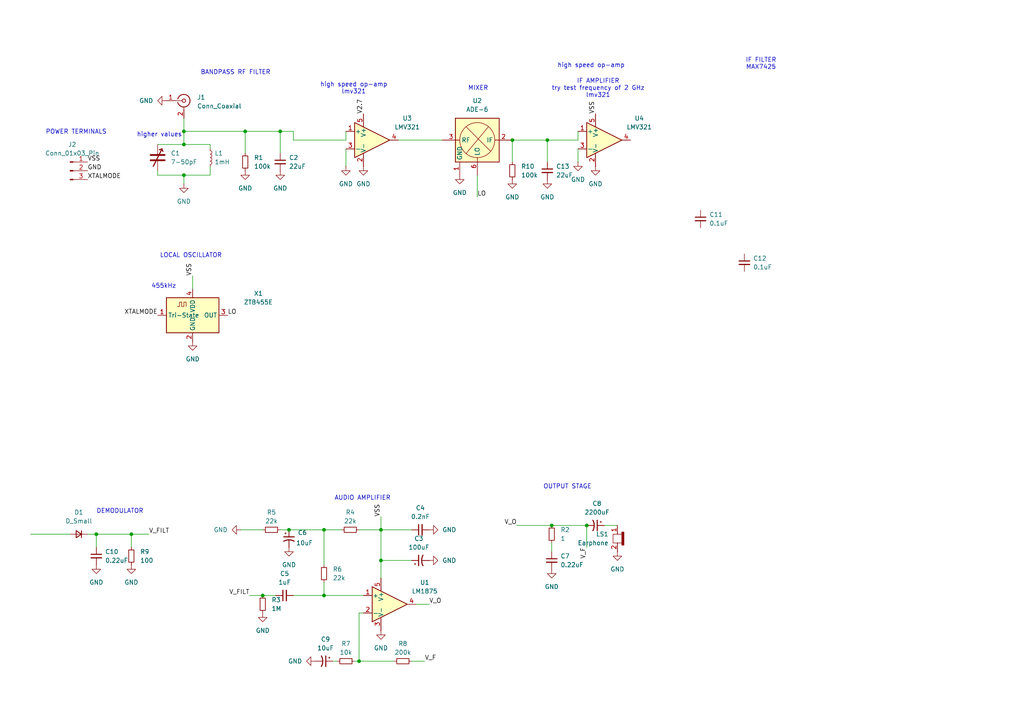
<source format=kicad_sch>
(kicad_sch
	(version 20231120)
	(generator "eeschema")
	(generator_version "8.0")
	(uuid "a070b0b0-be1d-4321-8d52-423c251953d2")
	(paper "A4")
	(lib_symbols
		(symbol "Amplifier_Audio:LM1875"
			(pin_names
				(offset 0.127)
			)
			(exclude_from_sim no)
			(in_bom yes)
			(on_board yes)
			(property "Reference" "U"
				(at 3.81 6.35 0)
				(effects
					(font
						(size 1.27 1.27)
					)
				)
			)
			(property "Value" "LM1875"
				(at 3.81 3.81 0)
				(effects
					(font
						(size 1.27 1.27)
					)
				)
			)
			(property "Footprint" "Package_TO_SOT_THT:TO-220-5_P3.4x3.7mm_StaggerOdd_Lead3.8mm_Vertical"
				(at 0 0 0)
				(effects
					(font
						(size 1.27 1.27)
						(italic yes)
					)
					(hide yes)
				)
			)
			(property "Datasheet" "http://www.ti.com/lit/ds/symlink/lm1875.pdf"
				(at 0 0 0)
				(effects
					(font
						(size 1.27 1.27)
					)
					(hide yes)
				)
			)
			(property "Description" "20W Audio Power Amplifier, TO-220-5"
				(at 0 0 0)
				(effects
					(font
						(size 1.27 1.27)
					)
					(hide yes)
				)
			)
			(property "ki_keywords" "audio amplifier"
				(at 0 0 0)
				(effects
					(font
						(size 1.27 1.27)
					)
					(hide yes)
				)
			)
			(property "ki_fp_filters" "TO?220*StaggerOdd*"
				(at 0 0 0)
				(effects
					(font
						(size 1.27 1.27)
					)
					(hide yes)
				)
			)
			(symbol "LM1875_0_1"
				(polyline
					(pts
						(xy -5.08 5.08) (xy 5.08 0) (xy -5.08 -5.08) (xy -5.08 5.08)
					)
					(stroke
						(width 0.254)
						(type default)
					)
					(fill
						(type background)
					)
				)
			)
			(symbol "LM1875_1_1"
				(pin input line
					(at -7.62 2.54 0)
					(length 2.54)
					(name "+"
						(effects
							(font
								(size 1.27 1.27)
							)
						)
					)
					(number "1"
						(effects
							(font
								(size 1.27 1.27)
							)
						)
					)
				)
				(pin input line
					(at -7.62 -2.54 0)
					(length 2.54)
					(name "-"
						(effects
							(font
								(size 1.27 1.27)
							)
						)
					)
					(number "2"
						(effects
							(font
								(size 1.27 1.27)
							)
						)
					)
				)
				(pin power_in line
					(at -2.54 -7.62 90)
					(length 3.81)
					(name "V-"
						(effects
							(font
								(size 1.27 1.27)
							)
						)
					)
					(number "3"
						(effects
							(font
								(size 1.27 1.27)
							)
						)
					)
				)
				(pin output line
					(at 7.62 0 180)
					(length 2.54)
					(name "~"
						(effects
							(font
								(size 1.27 1.27)
							)
						)
					)
					(number "4"
						(effects
							(font
								(size 1.27 1.27)
							)
						)
					)
				)
				(pin power_in line
					(at -2.54 7.62 270)
					(length 3.81)
					(name "V+"
						(effects
							(font
								(size 1.27 1.27)
							)
						)
					)
					(number "5"
						(effects
							(font
								(size 1.27 1.27)
							)
						)
					)
				)
			)
		)
		(symbol "Amplifier_Operational:LMV321"
			(pin_names
				(offset 0.127)
			)
			(exclude_from_sim no)
			(in_bom yes)
			(on_board yes)
			(property "Reference" "U"
				(at 0 5.08 0)
				(effects
					(font
						(size 1.27 1.27)
					)
					(justify left)
				)
			)
			(property "Value" "LMV321"
				(at 0 -5.08 0)
				(effects
					(font
						(size 1.27 1.27)
					)
					(justify left)
				)
			)
			(property "Footprint" ""
				(at 0 0 0)
				(effects
					(font
						(size 1.27 1.27)
					)
					(justify left)
					(hide yes)
				)
			)
			(property "Datasheet" "http://www.ti.com/lit/ds/symlink/lmv324.pdf"
				(at 0 0 0)
				(effects
					(font
						(size 1.27 1.27)
					)
					(hide yes)
				)
			)
			(property "Description" "Low-Voltage Rail-to-Rail Output Operational Amplifiers, SOT-23-5/SC-70-5"
				(at 0 0 0)
				(effects
					(font
						(size 1.27 1.27)
					)
					(hide yes)
				)
			)
			(property "ki_keywords" "single opamp"
				(at 0 0 0)
				(effects
					(font
						(size 1.27 1.27)
					)
					(hide yes)
				)
			)
			(property "ki_fp_filters" "SOT?23* *SC*70*"
				(at 0 0 0)
				(effects
					(font
						(size 1.27 1.27)
					)
					(hide yes)
				)
			)
			(symbol "LMV321_0_1"
				(polyline
					(pts
						(xy -5.08 5.08) (xy 5.08 0) (xy -5.08 -5.08) (xy -5.08 5.08)
					)
					(stroke
						(width 0.254)
						(type default)
					)
					(fill
						(type background)
					)
				)
				(pin power_in line
					(at -2.54 -7.62 90)
					(length 3.81)
					(name "V-"
						(effects
							(font
								(size 1.27 1.27)
							)
						)
					)
					(number "2"
						(effects
							(font
								(size 1.27 1.27)
							)
						)
					)
				)
				(pin power_in line
					(at -2.54 7.62 270)
					(length 3.81)
					(name "V+"
						(effects
							(font
								(size 1.27 1.27)
							)
						)
					)
					(number "5"
						(effects
							(font
								(size 1.27 1.27)
							)
						)
					)
				)
			)
			(symbol "LMV321_1_1"
				(pin input line
					(at -7.62 2.54 0)
					(length 2.54)
					(name "+"
						(effects
							(font
								(size 1.27 1.27)
							)
						)
					)
					(number "1"
						(effects
							(font
								(size 1.27 1.27)
							)
						)
					)
				)
				(pin input line
					(at -7.62 -2.54 0)
					(length 2.54)
					(name "-"
						(effects
							(font
								(size 1.27 1.27)
							)
						)
					)
					(number "3"
						(effects
							(font
								(size 1.27 1.27)
							)
						)
					)
				)
				(pin output line
					(at 7.62 0 180)
					(length 2.54)
					(name "~"
						(effects
							(font
								(size 1.27 1.27)
							)
						)
					)
					(number "4"
						(effects
							(font
								(size 1.27 1.27)
							)
						)
					)
				)
			)
		)
		(symbol "Connector:Conn_01x03_Pin"
			(pin_names
				(offset 1.016) hide)
			(exclude_from_sim no)
			(in_bom yes)
			(on_board yes)
			(property "Reference" "J"
				(at 0 5.08 0)
				(effects
					(font
						(size 1.27 1.27)
					)
				)
			)
			(property "Value" "Conn_01x03_Pin"
				(at 0 -5.08 0)
				(effects
					(font
						(size 1.27 1.27)
					)
				)
			)
			(property "Footprint" ""
				(at 0 0 0)
				(effects
					(font
						(size 1.27 1.27)
					)
					(hide yes)
				)
			)
			(property "Datasheet" "~"
				(at 0 0 0)
				(effects
					(font
						(size 1.27 1.27)
					)
					(hide yes)
				)
			)
			(property "Description" "Generic connector, single row, 01x03, script generated"
				(at 0 0 0)
				(effects
					(font
						(size 1.27 1.27)
					)
					(hide yes)
				)
			)
			(property "ki_locked" ""
				(at 0 0 0)
				(effects
					(font
						(size 1.27 1.27)
					)
				)
			)
			(property "ki_keywords" "connector"
				(at 0 0 0)
				(effects
					(font
						(size 1.27 1.27)
					)
					(hide yes)
				)
			)
			(property "ki_fp_filters" "Connector*:*_1x??_*"
				(at 0 0 0)
				(effects
					(font
						(size 1.27 1.27)
					)
					(hide yes)
				)
			)
			(symbol "Conn_01x03_Pin_1_1"
				(polyline
					(pts
						(xy 1.27 -2.54) (xy 0.8636 -2.54)
					)
					(stroke
						(width 0.1524)
						(type default)
					)
					(fill
						(type none)
					)
				)
				(polyline
					(pts
						(xy 1.27 0) (xy 0.8636 0)
					)
					(stroke
						(width 0.1524)
						(type default)
					)
					(fill
						(type none)
					)
				)
				(polyline
					(pts
						(xy 1.27 2.54) (xy 0.8636 2.54)
					)
					(stroke
						(width 0.1524)
						(type default)
					)
					(fill
						(type none)
					)
				)
				(rectangle
					(start 0.8636 -2.413)
					(end 0 -2.667)
					(stroke
						(width 0.1524)
						(type default)
					)
					(fill
						(type outline)
					)
				)
				(rectangle
					(start 0.8636 0.127)
					(end 0 -0.127)
					(stroke
						(width 0.1524)
						(type default)
					)
					(fill
						(type outline)
					)
				)
				(rectangle
					(start 0.8636 2.667)
					(end 0 2.413)
					(stroke
						(width 0.1524)
						(type default)
					)
					(fill
						(type outline)
					)
				)
				(pin passive line
					(at 5.08 2.54 180)
					(length 3.81)
					(name "Pin_1"
						(effects
							(font
								(size 1.27 1.27)
							)
						)
					)
					(number "1"
						(effects
							(font
								(size 1.27 1.27)
							)
						)
					)
				)
				(pin passive line
					(at 5.08 0 180)
					(length 3.81)
					(name "Pin_2"
						(effects
							(font
								(size 1.27 1.27)
							)
						)
					)
					(number "2"
						(effects
							(font
								(size 1.27 1.27)
							)
						)
					)
				)
				(pin passive line
					(at 5.08 -2.54 180)
					(length 3.81)
					(name "Pin_3"
						(effects
							(font
								(size 1.27 1.27)
							)
						)
					)
					(number "3"
						(effects
							(font
								(size 1.27 1.27)
							)
						)
					)
				)
			)
		)
		(symbol "Connector:Conn_Coaxial"
			(pin_names
				(offset 1.016) hide)
			(exclude_from_sim no)
			(in_bom yes)
			(on_board yes)
			(property "Reference" "J"
				(at 0.254 3.048 0)
				(effects
					(font
						(size 1.27 1.27)
					)
				)
			)
			(property "Value" "Conn_Coaxial"
				(at 2.921 0 90)
				(effects
					(font
						(size 1.27 1.27)
					)
				)
			)
			(property "Footprint" ""
				(at 0 0 0)
				(effects
					(font
						(size 1.27 1.27)
					)
					(hide yes)
				)
			)
			(property "Datasheet" "~"
				(at 0 0 0)
				(effects
					(font
						(size 1.27 1.27)
					)
					(hide yes)
				)
			)
			(property "Description" "coaxial connector (BNC, SMA, SMB, SMC, Cinch/RCA, LEMO, ...)"
				(at 0 0 0)
				(effects
					(font
						(size 1.27 1.27)
					)
					(hide yes)
				)
			)
			(property "ki_keywords" "BNC SMA SMB SMC LEMO coaxial connector CINCH RCA MCX MMCX U.FL UMRF"
				(at 0 0 0)
				(effects
					(font
						(size 1.27 1.27)
					)
					(hide yes)
				)
			)
			(property "ki_fp_filters" "*BNC* *SMA* *SMB* *SMC* *Cinch* *LEMO* *UMRF* *MCX* *U.FL*"
				(at 0 0 0)
				(effects
					(font
						(size 1.27 1.27)
					)
					(hide yes)
				)
			)
			(symbol "Conn_Coaxial_0_1"
				(arc
					(start -1.778 -0.508)
					(mid 0.2311 -1.8066)
					(end 1.778 0)
					(stroke
						(width 0.254)
						(type default)
					)
					(fill
						(type none)
					)
				)
				(polyline
					(pts
						(xy -2.54 0) (xy -0.508 0)
					)
					(stroke
						(width 0)
						(type default)
					)
					(fill
						(type none)
					)
				)
				(polyline
					(pts
						(xy 0 -2.54) (xy 0 -1.778)
					)
					(stroke
						(width 0)
						(type default)
					)
					(fill
						(type none)
					)
				)
				(circle
					(center 0 0)
					(radius 0.508)
					(stroke
						(width 0.2032)
						(type default)
					)
					(fill
						(type none)
					)
				)
				(arc
					(start 1.778 0)
					(mid 0.2099 1.8101)
					(end -1.778 0.508)
					(stroke
						(width 0.254)
						(type default)
					)
					(fill
						(type none)
					)
				)
			)
			(symbol "Conn_Coaxial_1_1"
				(pin passive line
					(at -5.08 0 0)
					(length 2.54)
					(name "In"
						(effects
							(font
								(size 1.27 1.27)
							)
						)
					)
					(number "1"
						(effects
							(font
								(size 1.27 1.27)
							)
						)
					)
				)
				(pin passive line
					(at 0 -5.08 90)
					(length 2.54)
					(name "Ext"
						(effects
							(font
								(size 1.27 1.27)
							)
						)
					)
					(number "2"
						(effects
							(font
								(size 1.27 1.27)
							)
						)
					)
				)
			)
		)
		(symbol "Device:C_Polarized_Small_US"
			(pin_numbers hide)
			(pin_names
				(offset 0.254) hide)
			(exclude_from_sim no)
			(in_bom yes)
			(on_board yes)
			(property "Reference" "C"
				(at 0.254 1.778 0)
				(effects
					(font
						(size 1.27 1.27)
					)
					(justify left)
				)
			)
			(property "Value" "C_Polarized_Small_US"
				(at 0.254 -2.032 0)
				(effects
					(font
						(size 1.27 1.27)
					)
					(justify left)
				)
			)
			(property "Footprint" ""
				(at 0 0 0)
				(effects
					(font
						(size 1.27 1.27)
					)
					(hide yes)
				)
			)
			(property "Datasheet" "~"
				(at 0 0 0)
				(effects
					(font
						(size 1.27 1.27)
					)
					(hide yes)
				)
			)
			(property "Description" "Polarized capacitor, small US symbol"
				(at 0 0 0)
				(effects
					(font
						(size 1.27 1.27)
					)
					(hide yes)
				)
			)
			(property "ki_keywords" "cap capacitor"
				(at 0 0 0)
				(effects
					(font
						(size 1.27 1.27)
					)
					(hide yes)
				)
			)
			(property "ki_fp_filters" "CP_*"
				(at 0 0 0)
				(effects
					(font
						(size 1.27 1.27)
					)
					(hide yes)
				)
			)
			(symbol "C_Polarized_Small_US_0_1"
				(polyline
					(pts
						(xy -1.524 0.508) (xy 1.524 0.508)
					)
					(stroke
						(width 0.3048)
						(type default)
					)
					(fill
						(type none)
					)
				)
				(polyline
					(pts
						(xy -1.27 1.524) (xy -0.762 1.524)
					)
					(stroke
						(width 0)
						(type default)
					)
					(fill
						(type none)
					)
				)
				(polyline
					(pts
						(xy -1.016 1.27) (xy -1.016 1.778)
					)
					(stroke
						(width 0)
						(type default)
					)
					(fill
						(type none)
					)
				)
				(arc
					(start 1.524 -0.762)
					(mid 0 -0.3734)
					(end -1.524 -0.762)
					(stroke
						(width 0.3048)
						(type default)
					)
					(fill
						(type none)
					)
				)
			)
			(symbol "C_Polarized_Small_US_1_1"
				(pin passive line
					(at 0 2.54 270)
					(length 2.032)
					(name "~"
						(effects
							(font
								(size 1.27 1.27)
							)
						)
					)
					(number "1"
						(effects
							(font
								(size 1.27 1.27)
							)
						)
					)
				)
				(pin passive line
					(at 0 -2.54 90)
					(length 2.032)
					(name "~"
						(effects
							(font
								(size 1.27 1.27)
							)
						)
					)
					(number "2"
						(effects
							(font
								(size 1.27 1.27)
							)
						)
					)
				)
			)
		)
		(symbol "Device:C_Small"
			(pin_numbers hide)
			(pin_names
				(offset 0.254) hide)
			(exclude_from_sim no)
			(in_bom yes)
			(on_board yes)
			(property "Reference" "C"
				(at 0.254 1.778 0)
				(effects
					(font
						(size 1.27 1.27)
					)
					(justify left)
				)
			)
			(property "Value" "C_Small"
				(at 0.254 -2.032 0)
				(effects
					(font
						(size 1.27 1.27)
					)
					(justify left)
				)
			)
			(property "Footprint" ""
				(at 0 0 0)
				(effects
					(font
						(size 1.27 1.27)
					)
					(hide yes)
				)
			)
			(property "Datasheet" "~"
				(at 0 0 0)
				(effects
					(font
						(size 1.27 1.27)
					)
					(hide yes)
				)
			)
			(property "Description" "Unpolarized capacitor, small symbol"
				(at 0 0 0)
				(effects
					(font
						(size 1.27 1.27)
					)
					(hide yes)
				)
			)
			(property "ki_keywords" "capacitor cap"
				(at 0 0 0)
				(effects
					(font
						(size 1.27 1.27)
					)
					(hide yes)
				)
			)
			(property "ki_fp_filters" "C_*"
				(at 0 0 0)
				(effects
					(font
						(size 1.27 1.27)
					)
					(hide yes)
				)
			)
			(symbol "C_Small_0_1"
				(polyline
					(pts
						(xy -1.524 -0.508) (xy 1.524 -0.508)
					)
					(stroke
						(width 0.3302)
						(type default)
					)
					(fill
						(type none)
					)
				)
				(polyline
					(pts
						(xy -1.524 0.508) (xy 1.524 0.508)
					)
					(stroke
						(width 0.3048)
						(type default)
					)
					(fill
						(type none)
					)
				)
			)
			(symbol "C_Small_1_1"
				(pin passive line
					(at 0 2.54 270)
					(length 2.032)
					(name "~"
						(effects
							(font
								(size 1.27 1.27)
							)
						)
					)
					(number "1"
						(effects
							(font
								(size 1.27 1.27)
							)
						)
					)
				)
				(pin passive line
					(at 0 -2.54 90)
					(length 2.032)
					(name "~"
						(effects
							(font
								(size 1.27 1.27)
							)
						)
					)
					(number "2"
						(effects
							(font
								(size 1.27 1.27)
							)
						)
					)
				)
			)
		)
		(symbol "Device:C_Variable"
			(pin_numbers hide)
			(pin_names
				(offset 0.254) hide)
			(exclude_from_sim no)
			(in_bom yes)
			(on_board yes)
			(property "Reference" "C"
				(at 0.635 -1.905 0)
				(effects
					(font
						(size 1.27 1.27)
					)
					(justify left)
				)
			)
			(property "Value" "C_Variable"
				(at 0.635 -3.81 0)
				(effects
					(font
						(size 1.27 1.27)
					)
					(justify left)
				)
			)
			(property "Footprint" ""
				(at 0 0 0)
				(effects
					(font
						(size 1.27 1.27)
					)
					(hide yes)
				)
			)
			(property "Datasheet" "~"
				(at 0 0 0)
				(effects
					(font
						(size 1.27 1.27)
					)
					(hide yes)
				)
			)
			(property "Description" "Variable capacitor"
				(at 0 0 0)
				(effects
					(font
						(size 1.27 1.27)
					)
					(hide yes)
				)
			)
			(property "ki_keywords" "trimmer capacitor"
				(at 0 0 0)
				(effects
					(font
						(size 1.27 1.27)
					)
					(hide yes)
				)
			)
			(symbol "C_Variable_0_1"
				(polyline
					(pts
						(xy -2.032 -0.762) (xy 2.032 -0.762)
					)
					(stroke
						(width 0.508)
						(type default)
					)
					(fill
						(type none)
					)
				)
				(polyline
					(pts
						(xy -2.032 0.762) (xy 2.032 0.762)
					)
					(stroke
						(width 0.508)
						(type default)
					)
					(fill
						(type none)
					)
				)
				(polyline
					(pts
						(xy 1.27 2.54) (xy -1.27 -2.54)
					)
					(stroke
						(width 0.3048)
						(type default)
					)
					(fill
						(type none)
					)
				)
				(polyline
					(pts
						(xy 1.27 2.54) (xy 0.508 2.286)
					)
					(stroke
						(width 0.3048)
						(type default)
					)
					(fill
						(type none)
					)
				)
				(polyline
					(pts
						(xy 1.27 2.54) (xy 1.524 1.778)
					)
					(stroke
						(width 0.3048)
						(type default)
					)
					(fill
						(type none)
					)
				)
			)
			(symbol "C_Variable_1_1"
				(pin passive line
					(at 0 3.81 270)
					(length 3.048)
					(name "~"
						(effects
							(font
								(size 1.27 1.27)
							)
						)
					)
					(number "1"
						(effects
							(font
								(size 1.27 1.27)
							)
						)
					)
				)
				(pin passive line
					(at 0 -3.81 90)
					(length 3.048)
					(name "~"
						(effects
							(font
								(size 1.27 1.27)
							)
						)
					)
					(number "2"
						(effects
							(font
								(size 1.27 1.27)
							)
						)
					)
				)
			)
		)
		(symbol "Device:D_Small"
			(pin_numbers hide)
			(pin_names
				(offset 0.254) hide)
			(exclude_from_sim no)
			(in_bom yes)
			(on_board yes)
			(property "Reference" "D"
				(at -1.27 2.032 0)
				(effects
					(font
						(size 1.27 1.27)
					)
					(justify left)
				)
			)
			(property "Value" "D_Small"
				(at -3.81 -2.032 0)
				(effects
					(font
						(size 1.27 1.27)
					)
					(justify left)
				)
			)
			(property "Footprint" ""
				(at 0 0 90)
				(effects
					(font
						(size 1.27 1.27)
					)
					(hide yes)
				)
			)
			(property "Datasheet" "~"
				(at 0 0 90)
				(effects
					(font
						(size 1.27 1.27)
					)
					(hide yes)
				)
			)
			(property "Description" "Diode, small symbol"
				(at 0 0 0)
				(effects
					(font
						(size 1.27 1.27)
					)
					(hide yes)
				)
			)
			(property "Sim.Device" "D"
				(at 0 0 0)
				(effects
					(font
						(size 1.27 1.27)
					)
					(hide yes)
				)
			)
			(property "Sim.Pins" "1=K 2=A"
				(at 0 0 0)
				(effects
					(font
						(size 1.27 1.27)
					)
					(hide yes)
				)
			)
			(property "ki_keywords" "diode"
				(at 0 0 0)
				(effects
					(font
						(size 1.27 1.27)
					)
					(hide yes)
				)
			)
			(property "ki_fp_filters" "TO-???* *_Diode_* *SingleDiode* D_*"
				(at 0 0 0)
				(effects
					(font
						(size 1.27 1.27)
					)
					(hide yes)
				)
			)
			(symbol "D_Small_0_1"
				(polyline
					(pts
						(xy -0.762 -1.016) (xy -0.762 1.016)
					)
					(stroke
						(width 0.254)
						(type default)
					)
					(fill
						(type none)
					)
				)
				(polyline
					(pts
						(xy -0.762 0) (xy 0.762 0)
					)
					(stroke
						(width 0)
						(type default)
					)
					(fill
						(type none)
					)
				)
				(polyline
					(pts
						(xy 0.762 -1.016) (xy -0.762 0) (xy 0.762 1.016) (xy 0.762 -1.016)
					)
					(stroke
						(width 0.254)
						(type default)
					)
					(fill
						(type none)
					)
				)
			)
			(symbol "D_Small_1_1"
				(pin passive line
					(at -2.54 0 0)
					(length 1.778)
					(name "K"
						(effects
							(font
								(size 1.27 1.27)
							)
						)
					)
					(number "1"
						(effects
							(font
								(size 1.27 1.27)
							)
						)
					)
				)
				(pin passive line
					(at 2.54 0 180)
					(length 1.778)
					(name "A"
						(effects
							(font
								(size 1.27 1.27)
							)
						)
					)
					(number "2"
						(effects
							(font
								(size 1.27 1.27)
							)
						)
					)
				)
			)
		)
		(symbol "Device:Earphone"
			(pin_names
				(offset 0.0254) hide)
			(exclude_from_sim no)
			(in_bom yes)
			(on_board yes)
			(property "Reference" "LS"
				(at 2.54 3.81 0)
				(effects
					(font
						(size 1.27 1.27)
					)
					(justify left)
				)
			)
			(property "Value" "Earphone"
				(at 2.54 1.905 0)
				(effects
					(font
						(size 1.27 1.27)
					)
					(justify left)
				)
			)
			(property "Footprint" ""
				(at 0 2.54 90)
				(effects
					(font
						(size 1.27 1.27)
					)
					(hide yes)
				)
			)
			(property "Datasheet" "~"
				(at 0 2.54 90)
				(effects
					(font
						(size 1.27 1.27)
					)
					(hide yes)
				)
			)
			(property "Description" "Earphone, polarized"
				(at 0 0 0)
				(effects
					(font
						(size 1.27 1.27)
					)
					(hide yes)
				)
			)
			(property "ki_keywords" "earphone speaker headphone"
				(at 0 0 0)
				(effects
					(font
						(size 1.27 1.27)
					)
					(hide yes)
				)
			)
			(symbol "Earphone_0_1"
				(rectangle
					(start 1.27 -0.635)
					(end 1.905 3.175)
					(stroke
						(width 0)
						(type default)
					)
					(fill
						(type outline)
					)
				)
				(rectangle
					(start 1.27 0)
					(end -1.27 2.54)
					(stroke
						(width 0)
						(type default)
					)
					(fill
						(type none)
					)
				)
			)
			(symbol "Earphone_1_1"
				(pin passive line
					(at 0 -2.54 90)
					(length 2.54)
					(name "-"
						(effects
							(font
								(size 1.27 1.27)
							)
						)
					)
					(number "1"
						(effects
							(font
								(size 1.27 1.27)
							)
						)
					)
				)
				(pin passive line
					(at 0 5.08 270)
					(length 2.54)
					(name "+"
						(effects
							(font
								(size 1.27 1.27)
							)
						)
					)
					(number "2"
						(effects
							(font
								(size 1.27 1.27)
							)
						)
					)
				)
			)
		)
		(symbol "Device:L_Small"
			(pin_numbers hide)
			(pin_names
				(offset 0.254) hide)
			(exclude_from_sim no)
			(in_bom yes)
			(on_board yes)
			(property "Reference" "L"
				(at 0.762 1.016 0)
				(effects
					(font
						(size 1.27 1.27)
					)
					(justify left)
				)
			)
			(property "Value" "L_Small"
				(at 0.762 -1.016 0)
				(effects
					(font
						(size 1.27 1.27)
					)
					(justify left)
				)
			)
			(property "Footprint" ""
				(at 0 0 0)
				(effects
					(font
						(size 1.27 1.27)
					)
					(hide yes)
				)
			)
			(property "Datasheet" "~"
				(at 0 0 0)
				(effects
					(font
						(size 1.27 1.27)
					)
					(hide yes)
				)
			)
			(property "Description" "Inductor, small symbol"
				(at 0 0 0)
				(effects
					(font
						(size 1.27 1.27)
					)
					(hide yes)
				)
			)
			(property "ki_keywords" "inductor choke coil reactor magnetic"
				(at 0 0 0)
				(effects
					(font
						(size 1.27 1.27)
					)
					(hide yes)
				)
			)
			(property "ki_fp_filters" "Choke_* *Coil* Inductor_* L_*"
				(at 0 0 0)
				(effects
					(font
						(size 1.27 1.27)
					)
					(hide yes)
				)
			)
			(symbol "L_Small_0_1"
				(arc
					(start 0 -2.032)
					(mid 0.5058 -1.524)
					(end 0 -1.016)
					(stroke
						(width 0)
						(type default)
					)
					(fill
						(type none)
					)
				)
				(arc
					(start 0 -1.016)
					(mid 0.5058 -0.508)
					(end 0 0)
					(stroke
						(width 0)
						(type default)
					)
					(fill
						(type none)
					)
				)
				(arc
					(start 0 0)
					(mid 0.5058 0.508)
					(end 0 1.016)
					(stroke
						(width 0)
						(type default)
					)
					(fill
						(type none)
					)
				)
				(arc
					(start 0 1.016)
					(mid 0.5058 1.524)
					(end 0 2.032)
					(stroke
						(width 0)
						(type default)
					)
					(fill
						(type none)
					)
				)
			)
			(symbol "L_Small_1_1"
				(pin passive line
					(at 0 2.54 270)
					(length 0.508)
					(name "~"
						(effects
							(font
								(size 1.27 1.27)
							)
						)
					)
					(number "1"
						(effects
							(font
								(size 1.27 1.27)
							)
						)
					)
				)
				(pin passive line
					(at 0 -2.54 90)
					(length 0.508)
					(name "~"
						(effects
							(font
								(size 1.27 1.27)
							)
						)
					)
					(number "2"
						(effects
							(font
								(size 1.27 1.27)
							)
						)
					)
				)
			)
		)
		(symbol "Device:R_Small"
			(pin_numbers hide)
			(pin_names
				(offset 0.254) hide)
			(exclude_from_sim no)
			(in_bom yes)
			(on_board yes)
			(property "Reference" "R"
				(at 0.762 0.508 0)
				(effects
					(font
						(size 1.27 1.27)
					)
					(justify left)
				)
			)
			(property "Value" "R_Small"
				(at 0.762 -1.016 0)
				(effects
					(font
						(size 1.27 1.27)
					)
					(justify left)
				)
			)
			(property "Footprint" ""
				(at 0 0 0)
				(effects
					(font
						(size 1.27 1.27)
					)
					(hide yes)
				)
			)
			(property "Datasheet" "~"
				(at 0 0 0)
				(effects
					(font
						(size 1.27 1.27)
					)
					(hide yes)
				)
			)
			(property "Description" "Resistor, small symbol"
				(at 0 0 0)
				(effects
					(font
						(size 1.27 1.27)
					)
					(hide yes)
				)
			)
			(property "ki_keywords" "R resistor"
				(at 0 0 0)
				(effects
					(font
						(size 1.27 1.27)
					)
					(hide yes)
				)
			)
			(property "ki_fp_filters" "R_*"
				(at 0 0 0)
				(effects
					(font
						(size 1.27 1.27)
					)
					(hide yes)
				)
			)
			(symbol "R_Small_0_1"
				(rectangle
					(start -0.762 1.778)
					(end 0.762 -1.778)
					(stroke
						(width 0.2032)
						(type default)
					)
					(fill
						(type none)
					)
				)
			)
			(symbol "R_Small_1_1"
				(pin passive line
					(at 0 2.54 270)
					(length 0.762)
					(name "~"
						(effects
							(font
								(size 1.27 1.27)
							)
						)
					)
					(number "1"
						(effects
							(font
								(size 1.27 1.27)
							)
						)
					)
				)
				(pin passive line
					(at 0 -2.54 90)
					(length 0.762)
					(name "~"
						(effects
							(font
								(size 1.27 1.27)
							)
						)
					)
					(number "2"
						(effects
							(font
								(size 1.27 1.27)
							)
						)
					)
				)
			)
		)
		(symbol "Oscillator:ECS-2520MV-xxx-xx"
			(exclude_from_sim no)
			(in_bom yes)
			(on_board yes)
			(property "Reference" "X"
				(at -5.08 6.35 0)
				(effects
					(font
						(size 1.27 1.27)
					)
					(justify left)
				)
			)
			(property "Value" "ECS-2520MV-xxx-xx"
				(at 1.27 -6.35 0)
				(effects
					(font
						(size 1.27 1.27)
					)
					(justify left)
				)
			)
			(property "Footprint" "Oscillator:Oscillator_SMD_ECS_2520MV-xxx-xx-4Pin_2.5x2.0mm"
				(at 11.43 -8.89 0)
				(effects
					(font
						(size 1.27 1.27)
					)
					(hide yes)
				)
			)
			(property "Datasheet" "https://www.ecsxtal.com/store/pdf/ECS-2520MV.pdf"
				(at -4.445 3.175 0)
				(effects
					(font
						(size 1.27 1.27)
					)
					(hide yes)
				)
			)
			(property "Description" "HCMOS Crystal Clock Oscillator, 2.5x2.0 mm SMD"
				(at 0 0 0)
				(effects
					(font
						(size 1.27 1.27)
					)
					(hide yes)
				)
			)
			(property "ki_keywords" "Crystal Clock Oscillator ECS SMD"
				(at 0 0 0)
				(effects
					(font
						(size 1.27 1.27)
					)
					(hide yes)
				)
			)
			(property "ki_fp_filters" "Oscillator*SMD*ECS*2520MV*2.5x2.0mm*"
				(at 0 0 0)
				(effects
					(font
						(size 1.27 1.27)
					)
					(hide yes)
				)
			)
			(symbol "ECS-2520MV-xxx-xx_0_1"
				(rectangle
					(start -7.62 5.08)
					(end 7.62 -5.08)
					(stroke
						(width 0.254)
						(type default)
					)
					(fill
						(type background)
					)
				)
				(polyline
					(pts
						(xy -4.445 2.54) (xy -3.81 2.54) (xy -3.81 3.81) (xy -3.175 3.81) (xy -3.175 2.54) (xy -2.54 2.54)
						(xy -2.54 3.81) (xy -1.905 3.81) (xy -1.905 2.54)
					)
					(stroke
						(width 0)
						(type default)
					)
					(fill
						(type none)
					)
				)
			)
			(symbol "ECS-2520MV-xxx-xx_1_1"
				(pin input line
					(at -10.16 0 0)
					(length 2.54)
					(name "Tri-State"
						(effects
							(font
								(size 1.27 1.27)
							)
						)
					)
					(number "1"
						(effects
							(font
								(size 1.27 1.27)
							)
						)
					)
				)
				(pin power_in line
					(at 0 -7.62 90)
					(length 2.54)
					(name "GND"
						(effects
							(font
								(size 1.27 1.27)
							)
						)
					)
					(number "2"
						(effects
							(font
								(size 1.27 1.27)
							)
						)
					)
				)
				(pin output line
					(at 10.16 0 180)
					(length 2.54)
					(name "OUT"
						(effects
							(font
								(size 1.27 1.27)
							)
						)
					)
					(number "3"
						(effects
							(font
								(size 1.27 1.27)
							)
						)
					)
				)
				(pin power_in line
					(at 0 7.62 270)
					(length 2.54)
					(name "VDD"
						(effects
							(font
								(size 1.27 1.27)
							)
						)
					)
					(number "4"
						(effects
							(font
								(size 1.27 1.27)
							)
						)
					)
				)
			)
		)
		(symbol "RF_Mixer:ADE-6"
			(exclude_from_sim no)
			(in_bom yes)
			(on_board yes)
			(property "Reference" "U"
				(at -6.35 7.62 0)
				(effects
					(font
						(size 1.27 1.27)
					)
				)
			)
			(property "Value" "ADE-6"
				(at 6.35 7.62 0)
				(effects
					(font
						(size 1.27 1.27)
					)
				)
			)
			(property "Footprint" "RF_Mini-Circuits:Mini-Circuits_CD542_LandPatternPL-052"
				(at 1.905 -9.525 0)
				(effects
					(font
						(size 1.27 1.27)
					)
					(hide yes)
				)
			)
			(property "Datasheet" "https://www.minicircuits.com/pdfs/ADE-6.pdf"
				(at 4.445 -6.985 0)
				(effects
					(font
						(size 1.27 1.27)
					)
					(hide yes)
				)
			)
			(property "Description" "Mixer, +7 dBm LO, 0.05 to 250 MHz, CD542"
				(at 0 0 0)
				(effects
					(font
						(size 1.27 1.27)
					)
					(hide yes)
				)
			)
			(property "ki_keywords" "mixer rf"
				(at 0 0 0)
				(effects
					(font
						(size 1.27 1.27)
					)
					(hide yes)
				)
			)
			(property "ki_fp_filters" "Mini?Circuits*CD542*"
				(at 0 0 0)
				(effects
					(font
						(size 1.27 1.27)
					)
					(hide yes)
				)
			)
			(symbol "ADE-6_0_1"
				(rectangle
					(start -6.35 6.35)
					(end 6.35 -6.35)
					(stroke
						(width 0.254)
						(type default)
					)
					(fill
						(type background)
					)
				)
				(polyline
					(pts
						(xy -3.175 -3.81) (xy 3.175 3.81)
					)
					(stroke
						(width 0)
						(type default)
					)
					(fill
						(type none)
					)
				)
				(polyline
					(pts
						(xy 3.81 -3.175) (xy -3.175 3.81)
					)
					(stroke
						(width 0)
						(type default)
					)
					(fill
						(type none)
					)
				)
				(circle
					(center 0 0)
					(radius 5.08)
					(stroke
						(width 0)
						(type default)
					)
					(fill
						(type none)
					)
				)
			)
			(symbol "ADE-6_1_1"
				(pin power_in line
					(at -5.08 -10.16 90)
					(length 3.81)
					(name "GND"
						(effects
							(font
								(size 1.27 1.27)
							)
						)
					)
					(number "1"
						(effects
							(font
								(size 1.27 1.27)
							)
						)
					)
				)
				(pin output line
					(at 10.16 0 180)
					(length 5.08)
					(name "IF"
						(effects
							(font
								(size 1.27 1.27)
							)
						)
					)
					(number "2"
						(effects
							(font
								(size 1.27 1.27)
							)
						)
					)
				)
				(pin input line
					(at -10.16 0 0)
					(length 5.08)
					(name "RF"
						(effects
							(font
								(size 1.27 1.27)
							)
						)
					)
					(number "3"
						(effects
							(font
								(size 1.27 1.27)
							)
						)
					)
				)
				(pin passive line
					(at -5.08 -10.16 90)
					(length 3.81) hide
					(name "GND"
						(effects
							(font
								(size 1.27 1.27)
							)
						)
					)
					(number "4"
						(effects
							(font
								(size 1.27 1.27)
							)
						)
					)
				)
				(pin passive line
					(at -5.08 -10.16 90)
					(length 3.81) hide
					(name "GND"
						(effects
							(font
								(size 1.27 1.27)
							)
						)
					)
					(number "5"
						(effects
							(font
								(size 1.27 1.27)
							)
						)
					)
				)
				(pin input line
					(at 0 -10.16 90)
					(length 5.08)
					(name "LO"
						(effects
							(font
								(size 1.27 1.27)
							)
						)
					)
					(number "6"
						(effects
							(font
								(size 1.27 1.27)
							)
						)
					)
				)
			)
		)
		(symbol "power:GND"
			(power)
			(pin_numbers hide)
			(pin_names
				(offset 0) hide)
			(exclude_from_sim no)
			(in_bom yes)
			(on_board yes)
			(property "Reference" "#PWR"
				(at 0 -6.35 0)
				(effects
					(font
						(size 1.27 1.27)
					)
					(hide yes)
				)
			)
			(property "Value" "GND"
				(at 0 -3.81 0)
				(effects
					(font
						(size 1.27 1.27)
					)
				)
			)
			(property "Footprint" ""
				(at 0 0 0)
				(effects
					(font
						(size 1.27 1.27)
					)
					(hide yes)
				)
			)
			(property "Datasheet" ""
				(at 0 0 0)
				(effects
					(font
						(size 1.27 1.27)
					)
					(hide yes)
				)
			)
			(property "Description" "Power symbol creates a global label with name \"GND\" , ground"
				(at 0 0 0)
				(effects
					(font
						(size 1.27 1.27)
					)
					(hide yes)
				)
			)
			(property "ki_keywords" "global power"
				(at 0 0 0)
				(effects
					(font
						(size 1.27 1.27)
					)
					(hide yes)
				)
			)
			(symbol "GND_0_1"
				(polyline
					(pts
						(xy 0 0) (xy 0 -1.27) (xy 1.27 -1.27) (xy 0 -2.54) (xy -1.27 -1.27) (xy 0 -1.27)
					)
					(stroke
						(width 0)
						(type default)
					)
					(fill
						(type none)
					)
				)
			)
			(symbol "GND_1_1"
				(pin power_in line
					(at 0 0 270)
					(length 0)
					(name "~"
						(effects
							(font
								(size 1.27 1.27)
							)
						)
					)
					(number "1"
						(effects
							(font
								(size 1.27 1.27)
							)
						)
					)
				)
			)
		)
	)
	(junction
		(at 53.34 38.1)
		(diameter 0)
		(color 0 0 0 0)
		(uuid "0833749a-33ed-4726-96ea-bbd12d615bf6")
	)
	(junction
		(at 53.34 41.91)
		(diameter 0)
		(color 0 0 0 0)
		(uuid "0df95d7f-f6f6-4ae4-9f17-0e178a8f19df")
	)
	(junction
		(at 53.34 50.8)
		(diameter 0)
		(color 0 0 0 0)
		(uuid "14d36d69-41ed-4a7a-b9b4-175e8f13eb91")
	)
	(junction
		(at 71.12 38.1)
		(diameter 0)
		(color 0 0 0 0)
		(uuid "43560df7-5148-44a2-9c0a-1c6844b08f46")
	)
	(junction
		(at 93.98 172.72)
		(diameter 0)
		(color 0 0 0 0)
		(uuid "46f0a22d-d215-424c-bd63-2fdeb3a30dad")
	)
	(junction
		(at 76.2 172.72)
		(diameter 0)
		(color 0 0 0 0)
		(uuid "4d5c669f-634b-43cb-b0c2-95b33beef4ae")
	)
	(junction
		(at 93.98 153.67)
		(diameter 0)
		(color 0 0 0 0)
		(uuid "60cab55e-7dd7-49c6-b28c-259bca909f1a")
	)
	(junction
		(at 158.75 40.64)
		(diameter 0)
		(color 0 0 0 0)
		(uuid "89a9055d-336e-4163-8ad0-69f5f023e609")
	)
	(junction
		(at 83.82 153.67)
		(diameter 0)
		(color 0 0 0 0)
		(uuid "9207198d-c213-4674-9424-410a25481209")
	)
	(junction
		(at 110.49 162.56)
		(diameter 0)
		(color 0 0 0 0)
		(uuid "9f0ed9ac-c084-464f-821f-c9dfba950351")
	)
	(junction
		(at 170.18 152.4)
		(diameter 0)
		(color 0 0 0 0)
		(uuid "9f3de967-e2a8-4248-9e8c-f91116bab153")
	)
	(junction
		(at 81.28 38.1)
		(diameter 0)
		(color 0 0 0 0)
		(uuid "a38f2076-0212-471c-9bc3-a05ad47e486c")
	)
	(junction
		(at 27.94 154.94)
		(diameter 0)
		(color 0 0 0 0)
		(uuid "c6a3d675-9fd0-4eaf-8e86-f6f698128493")
	)
	(junction
		(at 110.49 153.67)
		(diameter 0)
		(color 0 0 0 0)
		(uuid "e673e0f4-2992-456c-b643-9c5a3f44b7d0")
	)
	(junction
		(at 104.14 191.77)
		(diameter 0)
		(color 0 0 0 0)
		(uuid "eb634e93-b525-4853-9960-84f85c73f3d0")
	)
	(junction
		(at 160.02 152.4)
		(diameter 0)
		(color 0 0 0 0)
		(uuid "ed7da4bc-b404-4e1f-a2e8-3a107a24467b")
	)
	(junction
		(at 38.1 154.94)
		(diameter 0)
		(color 0 0 0 0)
		(uuid "ef9da4ee-53a0-4179-9685-fa55be40a489")
	)
	(junction
		(at 148.59 40.64)
		(diameter 0)
		(color 0 0 0 0)
		(uuid "fed95b0b-af0e-4722-a75c-bed1493f40ec")
	)
	(wire
		(pts
			(xy 81.28 38.1) (xy 85.09 38.1)
		)
		(stroke
			(width 0)
			(type default)
		)
		(uuid "028e00a5-3fef-4d2c-8648-043f2f126282")
	)
	(wire
		(pts
			(xy 170.18 152.4) (xy 170.18 158.75)
		)
		(stroke
			(width 0)
			(type default)
		)
		(uuid "04df28d7-37e5-4207-a527-5fc74e392a8c")
	)
	(wire
		(pts
			(xy 100.33 43.18) (xy 100.33 48.26)
		)
		(stroke
			(width 0)
			(type default)
		)
		(uuid "0619fbe1-b84d-4e7c-a9bc-1acbf5406811")
	)
	(wire
		(pts
			(xy 158.75 46.99) (xy 158.75 40.64)
		)
		(stroke
			(width 0)
			(type default)
		)
		(uuid "083dbf4e-6a11-4a44-8db4-4a841ee226ca")
	)
	(wire
		(pts
			(xy 38.1 158.75) (xy 38.1 154.94)
		)
		(stroke
			(width 0)
			(type default)
		)
		(uuid "0ab0f535-c265-446e-a811-c2debecf907d")
	)
	(wire
		(pts
			(xy 38.1 154.94) (xy 43.18 154.94)
		)
		(stroke
			(width 0)
			(type default)
		)
		(uuid "0c970131-97f3-4473-b02d-590f93abd746")
	)
	(wire
		(pts
			(xy 93.98 168.91) (xy 93.98 172.72)
		)
		(stroke
			(width 0)
			(type default)
		)
		(uuid "0dc03f71-c307-4533-81e2-65b6fceb5c92")
	)
	(wire
		(pts
			(xy 138.43 50.8) (xy 138.43 57.15)
		)
		(stroke
			(width 0)
			(type default)
		)
		(uuid "0f1400d6-5595-49b3-ba52-6de5a2333b31")
	)
	(wire
		(pts
			(xy 27.94 158.75) (xy 27.94 154.94)
		)
		(stroke
			(width 0)
			(type default)
		)
		(uuid "10b7bd1e-6cad-40f1-9043-aabf05621813")
	)
	(wire
		(pts
			(xy 175.26 152.4) (xy 179.07 152.4)
		)
		(stroke
			(width 0)
			(type default)
		)
		(uuid "18551e5b-377e-4c8c-9384-f8db25ac13b0")
	)
	(wire
		(pts
			(xy 60.96 50.8) (xy 60.96 48.26)
		)
		(stroke
			(width 0)
			(type default)
		)
		(uuid "1e3ac1fc-bae0-49f5-8c77-f5f5fa88889a")
	)
	(wire
		(pts
			(xy 45.72 50.8) (xy 53.34 50.8)
		)
		(stroke
			(width 0)
			(type default)
		)
		(uuid "215de689-440b-40e8-a803-5f97cc154bb7")
	)
	(wire
		(pts
			(xy 53.34 50.8) (xy 53.34 53.34)
		)
		(stroke
			(width 0)
			(type default)
		)
		(uuid "2648fd93-c69f-45fa-96b5-728562509ffb")
	)
	(wire
		(pts
			(xy 110.49 167.64) (xy 110.49 162.56)
		)
		(stroke
			(width 0)
			(type default)
		)
		(uuid "28989769-b29c-43af-928b-be412b09a942")
	)
	(wire
		(pts
			(xy 53.34 34.29) (xy 53.34 38.1)
		)
		(stroke
			(width 0)
			(type default)
		)
		(uuid "374a5abf-522c-4f3a-8860-ac9b49de819f")
	)
	(wire
		(pts
			(xy 102.87 191.77) (xy 104.14 191.77)
		)
		(stroke
			(width 0)
			(type default)
		)
		(uuid "3d37be58-b4b8-47ef-a212-c1a0b3b7824d")
	)
	(wire
		(pts
			(xy 96.52 191.77) (xy 97.79 191.77)
		)
		(stroke
			(width 0)
			(type default)
		)
		(uuid "3f36ec48-1b89-46e6-b5dd-72b6c5b51607")
	)
	(wire
		(pts
			(xy 45.72 49.53) (xy 45.72 50.8)
		)
		(stroke
			(width 0)
			(type default)
		)
		(uuid "4085daf8-0038-4800-b139-42f32185a861")
	)
	(wire
		(pts
			(xy 55.88 80.01) (xy 55.88 83.82)
		)
		(stroke
			(width 0)
			(type default)
		)
		(uuid "414c82bd-4345-4c73-9ebc-d06ed6707849")
	)
	(wire
		(pts
			(xy 25.4 154.94) (xy 27.94 154.94)
		)
		(stroke
			(width 0)
			(type default)
		)
		(uuid "45ec5397-db49-4370-9072-85fec043de58")
	)
	(wire
		(pts
			(xy 110.49 153.67) (xy 119.38 153.67)
		)
		(stroke
			(width 0)
			(type default)
		)
		(uuid "4ab143c9-a40e-4ef1-bfef-f8729570115c")
	)
	(wire
		(pts
			(xy 148.59 46.99) (xy 148.59 40.64)
		)
		(stroke
			(width 0)
			(type default)
		)
		(uuid "4da299b8-e349-42f8-bb37-7cce3be38cbc")
	)
	(wire
		(pts
			(xy 148.59 40.64) (xy 158.75 40.64)
		)
		(stroke
			(width 0)
			(type default)
		)
		(uuid "51aa4e17-3eb8-456b-b99e-a856560785ad")
	)
	(wire
		(pts
			(xy 119.38 191.77) (xy 123.19 191.77)
		)
		(stroke
			(width 0)
			(type default)
		)
		(uuid "53ebe8b6-bc92-485d-89ff-1a6fa75f33f9")
	)
	(wire
		(pts
			(xy 81.28 44.45) (xy 81.28 38.1)
		)
		(stroke
			(width 0)
			(type default)
		)
		(uuid "56e31c75-3509-49c0-9567-aa3eba03e482")
	)
	(wire
		(pts
			(xy 53.34 41.91) (xy 60.96 41.91)
		)
		(stroke
			(width 0)
			(type default)
		)
		(uuid "5d90cdaf-8d87-4bb2-8c9d-3c4a9026f994")
	)
	(wire
		(pts
			(xy 100.33 40.64) (xy 85.09 40.64)
		)
		(stroke
			(width 0)
			(type default)
		)
		(uuid "5d9ef7f6-5d14-411c-941a-b190c5e68ae8")
	)
	(wire
		(pts
			(xy 149.86 152.4) (xy 160.02 152.4)
		)
		(stroke
			(width 0)
			(type default)
		)
		(uuid "6b624609-c108-4d97-80fd-73a7bd9d5702")
	)
	(wire
		(pts
			(xy 53.34 50.8) (xy 60.96 50.8)
		)
		(stroke
			(width 0)
			(type default)
		)
		(uuid "6d5b16b7-598f-4efc-8bce-170fd0a7ef12")
	)
	(wire
		(pts
			(xy 93.98 153.67) (xy 99.06 153.67)
		)
		(stroke
			(width 0)
			(type default)
		)
		(uuid "79dd930f-11cd-40a2-9618-7d5698c25877")
	)
	(wire
		(pts
			(xy 71.12 38.1) (xy 81.28 38.1)
		)
		(stroke
			(width 0)
			(type default)
		)
		(uuid "7aa606c4-e3a3-4423-b606-d07b51df17e8")
	)
	(wire
		(pts
			(xy 160.02 157.48) (xy 160.02 160.02)
		)
		(stroke
			(width 0)
			(type default)
		)
		(uuid "82ad6049-be3f-4991-9f4c-069dcc601598")
	)
	(wire
		(pts
			(xy 160.02 152.4) (xy 170.18 152.4)
		)
		(stroke
			(width 0)
			(type default)
		)
		(uuid "885e5a3f-9b5f-4610-a3a6-d183ae7851f6")
	)
	(wire
		(pts
			(xy 115.57 40.64) (xy 128.27 40.64)
		)
		(stroke
			(width 0)
			(type default)
		)
		(uuid "8a882ebd-67ec-46c2-8860-6ad24a8b6c55")
	)
	(wire
		(pts
			(xy 104.14 177.8) (xy 105.41 177.8)
		)
		(stroke
			(width 0)
			(type default)
		)
		(uuid "8c5db700-6fb3-4c0e-a63e-e87c71ea8b0d")
	)
	(wire
		(pts
			(xy 69.85 153.67) (xy 76.2 153.67)
		)
		(stroke
			(width 0)
			(type default)
		)
		(uuid "8ce7c2d3-61f2-4a2f-b771-c26966cf6d69")
	)
	(wire
		(pts
			(xy 93.98 172.72) (xy 105.41 172.72)
		)
		(stroke
			(width 0)
			(type default)
		)
		(uuid "92e56da3-735c-4ec5-bfa2-da9394882248")
	)
	(wire
		(pts
			(xy 53.34 38.1) (xy 71.12 38.1)
		)
		(stroke
			(width 0)
			(type default)
		)
		(uuid "9d090970-32dd-4379-a842-6a32d0ca73e9")
	)
	(wire
		(pts
			(xy 110.49 162.56) (xy 119.38 162.56)
		)
		(stroke
			(width 0)
			(type default)
		)
		(uuid "9f545879-718c-4c02-809d-a21fdaf91252")
	)
	(wire
		(pts
			(xy 8.89 154.94) (xy 20.32 154.94)
		)
		(stroke
			(width 0)
			(type default)
		)
		(uuid "ac99af7f-59fc-4dd1-9df0-3da938625f63")
	)
	(wire
		(pts
			(xy 60.96 41.91) (xy 60.96 43.18)
		)
		(stroke
			(width 0)
			(type default)
		)
		(uuid "af4d0d93-e32a-45b6-bbc2-ba6c9aea0592")
	)
	(wire
		(pts
			(xy 27.94 154.94) (xy 38.1 154.94)
		)
		(stroke
			(width 0)
			(type default)
		)
		(uuid "b445b4b8-fec0-45f3-92ee-b1b50b8af6a6")
	)
	(wire
		(pts
			(xy 85.09 40.64) (xy 85.09 38.1)
		)
		(stroke
			(width 0)
			(type default)
		)
		(uuid "bc4dd087-3366-472a-80ac-b81cd42efcbc")
	)
	(wire
		(pts
			(xy 93.98 153.67) (xy 93.98 163.83)
		)
		(stroke
			(width 0)
			(type default)
		)
		(uuid "c4bfaeb1-b357-4501-bb1f-d8b5a0e1d071")
	)
	(wire
		(pts
			(xy 104.14 177.8) (xy 104.14 191.77)
		)
		(stroke
			(width 0)
			(type default)
		)
		(uuid "c5370bab-3778-4be8-8b3b-e7c1174d136d")
	)
	(wire
		(pts
			(xy 110.49 153.67) (xy 110.49 162.56)
		)
		(stroke
			(width 0)
			(type default)
		)
		(uuid "c62925f7-f380-43ee-9333-bc94e81b3a49")
	)
	(wire
		(pts
			(xy 53.34 38.1) (xy 53.34 41.91)
		)
		(stroke
			(width 0)
			(type default)
		)
		(uuid "c6ce4472-9b4c-4d77-8de2-770573f2272b")
	)
	(wire
		(pts
			(xy 124.46 175.26) (xy 120.65 175.26)
		)
		(stroke
			(width 0)
			(type default)
		)
		(uuid "c6fd522b-54da-4e45-8d27-729b7fb59403")
	)
	(wire
		(pts
			(xy 72.39 172.72) (xy 76.2 172.72)
		)
		(stroke
			(width 0)
			(type default)
		)
		(uuid "d5c78663-5dae-4013-bf7c-92118889896d")
	)
	(wire
		(pts
			(xy 45.72 41.91) (xy 53.34 41.91)
		)
		(stroke
			(width 0)
			(type default)
		)
		(uuid "d8c2153c-3c26-4319-89e0-d75deea9b4ee")
	)
	(wire
		(pts
			(xy 76.2 172.72) (xy 80.01 172.72)
		)
		(stroke
			(width 0)
			(type default)
		)
		(uuid "df7bb409-3535-4d71-87f0-5374b3d9d96c")
	)
	(wire
		(pts
			(xy 104.14 153.67) (xy 110.49 153.67)
		)
		(stroke
			(width 0)
			(type default)
		)
		(uuid "e0339e46-b7ca-4e04-9d27-9c3e1d46cb10")
	)
	(wire
		(pts
			(xy 83.82 153.67) (xy 93.98 153.67)
		)
		(stroke
			(width 0)
			(type default)
		)
		(uuid "e0b0e21c-1936-444a-b07c-a78c5afae392")
	)
	(wire
		(pts
			(xy 104.14 191.77) (xy 114.3 191.77)
		)
		(stroke
			(width 0)
			(type default)
		)
		(uuid "e242273a-8e5f-4318-a2bc-29386e13fabd")
	)
	(wire
		(pts
			(xy 158.75 40.64) (xy 167.64 40.64)
		)
		(stroke
			(width 0)
			(type default)
		)
		(uuid "e825ca8c-51f2-4279-a58c-d0fa10c3f0c4")
	)
	(wire
		(pts
			(xy 81.28 153.67) (xy 83.82 153.67)
		)
		(stroke
			(width 0)
			(type default)
		)
		(uuid "e94d9180-a38d-4dcd-8146-c5307e536635")
	)
	(wire
		(pts
			(xy 167.64 43.18) (xy 167.64 46.99)
		)
		(stroke
			(width 0)
			(type default)
		)
		(uuid "ebbc9d65-7eae-4005-9b58-80732013aa56")
	)
	(wire
		(pts
			(xy 71.12 44.45) (xy 71.12 38.1)
		)
		(stroke
			(width 0)
			(type default)
		)
		(uuid "ebfe1bdb-a6ea-4c74-b6ff-707852192c1b")
	)
	(wire
		(pts
			(xy 167.64 38.1) (xy 167.64 40.64)
		)
		(stroke
			(width 0)
			(type default)
		)
		(uuid "f3498c34-1c69-4a9a-89ad-9514b38c12b7")
	)
	(wire
		(pts
			(xy 100.33 38.1) (xy 100.33 40.64)
		)
		(stroke
			(width 0)
			(type default)
		)
		(uuid "f895ed23-cb11-4ef6-8908-2668d8a24d7f")
	)
	(wire
		(pts
			(xy 110.49 149.86) (xy 110.49 153.67)
		)
		(stroke
			(width 0)
			(type default)
		)
		(uuid "fe313023-75c8-4b20-8e64-7d254f8d2c34")
	)
	(wire
		(pts
			(xy 85.09 172.72) (xy 93.98 172.72)
		)
		(stroke
			(width 0)
			(type default)
		)
		(uuid "feb35db5-05ae-426f-b094-81118c628a28")
	)
	(text "MIXER"
		(exclude_from_sim no)
		(at 138.684 25.654 0)
		(effects
			(font
				(size 1.27 1.27)
			)
		)
		(uuid "0df25f2d-127c-4d2c-9507-774f282f4376")
	)
	(text "POWER TERMINALS"
		(exclude_from_sim no)
		(at 22.098 38.354 0)
		(effects
			(font
				(size 1.27 1.27)
			)
		)
		(uuid "410d3afd-7128-4da5-8a21-be8e0a39c0eb")
	)
	(text "higher values"
		(exclude_from_sim no)
		(at 46.228 39.116 0)
		(effects
			(font
				(size 1.27 1.27)
			)
		)
		(uuid "5b38c240-10d1-4fbe-84f8-0c4ecd533d2e")
	)
	(text "AUDIO AMPLIFIER"
		(exclude_from_sim no)
		(at 105.156 144.526 0)
		(effects
			(font
				(size 1.27 1.27)
			)
		)
		(uuid "5d1c68d6-b0c6-4112-bdda-59e15961794f")
	)
	(text "high speed op-amp\nlmv321"
		(exclude_from_sim no)
		(at 102.616 25.654 0)
		(effects
			(font
				(size 1.27 1.27)
			)
		)
		(uuid "715d74a6-d329-47b4-ae09-fa045e6f4532")
	)
	(text "high speed op-amp"
		(exclude_from_sim no)
		(at 171.45 19.05 0)
		(effects
			(font
				(size 1.27 1.27)
			)
		)
		(uuid "7f858742-7bf8-4024-bb75-c1b32b762611")
	)
	(text "IF FILTER\nMAX7425"
		(exclude_from_sim no)
		(at 220.726 18.542 0)
		(effects
			(font
				(size 1.27 1.27)
			)
		)
		(uuid "86ad4776-8d12-4d08-80b4-9dbb51628050")
	)
	(text "455kHz"
		(exclude_from_sim no)
		(at 47.498 83.058 0)
		(effects
			(font
				(size 1.27 1.27)
			)
		)
		(uuid "95869b96-2f4e-4761-9ddd-75a6d8b38e11")
	)
	(text "BANDPASS RF FILTER"
		(exclude_from_sim no)
		(at 68.326 21.082 0)
		(effects
			(font
				(size 1.27 1.27)
			)
		)
		(uuid "ae1e3e0a-bb46-4637-ac1d-a5cb4ff317fc")
	)
	(text "OUTPUT STAGE"
		(exclude_from_sim no)
		(at 164.592 141.224 0)
		(effects
			(font
				(size 1.27 1.27)
			)
		)
		(uuid "af95ae4b-39e1-4dc6-a618-85f2b893fc5a")
	)
	(text "LOCAL OSCILLATOR\n"
		(exclude_from_sim no)
		(at 55.372 74.168 0)
		(effects
			(font
				(size 1.27 1.27)
			)
		)
		(uuid "d04387ab-49cd-46c0-a054-2606ab3a04a0")
	)
	(text "DEMODULATOR"
		(exclude_from_sim no)
		(at 34.798 148.336 0)
		(effects
			(font
				(size 1.27 1.27)
			)
		)
		(uuid "d122eb7e-646e-4593-b050-92046bbccdab")
	)
	(text "IF AMPLIFIER\ntry test frequency of 2 GHz\nlmv321"
		(exclude_from_sim no)
		(at 173.482 25.654 0)
		(effects
			(font
				(size 1.27 1.27)
			)
		)
		(uuid "f26f8e55-8667-4118-be4a-140d131b74d4")
	)
	(label "V_FILT"
		(at 72.39 172.72 180)
		(fields_autoplaced yes)
		(effects
			(font
				(size 1.27 1.27)
			)
			(justify right bottom)
		)
		(uuid "03f513a5-d369-4a82-9b57-cb2807f989ef")
	)
	(label "GND"
		(at 25.4 49.53 0)
		(fields_autoplaced yes)
		(effects
			(font
				(size 1.27 1.27)
			)
			(justify left bottom)
		)
		(uuid "18a7d313-c3dc-4f97-b800-9c02ff6229ec")
	)
	(label "V_FILT"
		(at 43.18 154.94 0)
		(fields_autoplaced yes)
		(effects
			(font
				(size 1.27 1.27)
			)
			(justify left bottom)
		)
		(uuid "3938b6cc-9699-479d-a9fd-3794870cabc3")
	)
	(label "V2.7"
		(at 105.41 33.02 90)
		(fields_autoplaced yes)
		(effects
			(font
				(size 1.27 1.27)
			)
			(justify left bottom)
		)
		(uuid "3edb775a-68a2-45e6-bc35-c3104e2df4ba")
	)
	(label "V_O"
		(at 149.86 152.4 180)
		(fields_autoplaced yes)
		(effects
			(font
				(size 1.27 1.27)
			)
			(justify right bottom)
		)
		(uuid "50263a91-9ead-49f3-a71c-d6441756e0fe")
	)
	(label "V_F"
		(at 170.18 158.75 270)
		(fields_autoplaced yes)
		(effects
			(font
				(size 1.27 1.27)
			)
			(justify right bottom)
		)
		(uuid "5f4b05d3-638f-4143-962e-4e8442fb758b")
	)
	(label "LO"
		(at 138.43 57.15 0)
		(fields_autoplaced yes)
		(effects
			(font
				(size 1.27 1.27)
			)
			(justify left bottom)
		)
		(uuid "72bb1477-5a3a-4859-9ae8-efe08038229b")
	)
	(label "LO"
		(at 66.04 91.44 0)
		(fields_autoplaced yes)
		(effects
			(font
				(size 1.27 1.27)
			)
			(justify left bottom)
		)
		(uuid "738643ca-42ce-4e2c-a32c-d2d97f717a7e")
	)
	(label "VSS"
		(at 55.88 80.01 90)
		(fields_autoplaced yes)
		(effects
			(font
				(size 1.27 1.27)
			)
			(justify left bottom)
		)
		(uuid "73e98a50-01b6-41f5-b5fa-26eb2fc5f406")
	)
	(label "VSS"
		(at 110.49 149.86 90)
		(fields_autoplaced yes)
		(effects
			(font
				(size 1.27 1.27)
			)
			(justify left bottom)
		)
		(uuid "993f2c04-b520-4ff1-8d1f-40603980d874")
	)
	(label "XTALMODE"
		(at 25.4 52.07 0)
		(fields_autoplaced yes)
		(effects
			(font
				(size 1.27 1.27)
			)
			(justify left bottom)
		)
		(uuid "9b8b0dd1-8733-4df0-ab74-102861e8b02b")
	)
	(label "VSS"
		(at 25.4 46.99 0)
		(fields_autoplaced yes)
		(effects
			(font
				(size 1.27 1.27)
			)
			(justify left bottom)
		)
		(uuid "a5cbe58a-da87-472f-bc9b-45874767adad")
	)
	(label "V_O"
		(at 124.46 175.26 0)
		(fields_autoplaced yes)
		(effects
			(font
				(size 1.27 1.27)
			)
			(justify left bottom)
		)
		(uuid "d1120a9d-eb8e-4b4b-a11d-761e803388dd")
	)
	(label "VSS"
		(at 172.72 33.02 90)
		(fields_autoplaced yes)
		(effects
			(font
				(size 1.27 1.27)
			)
			(justify left bottom)
		)
		(uuid "da6e5969-c427-49fd-882e-a30db03f6698")
	)
	(label "XTALMODE"
		(at 45.72 91.44 180)
		(fields_autoplaced yes)
		(effects
			(font
				(size 1.27 1.27)
			)
			(justify right bottom)
		)
		(uuid "f4cf0dcb-05f4-4306-ab24-08787c4cb338")
	)
	(label "V_F"
		(at 123.19 191.77 0)
		(fields_autoplaced yes)
		(effects
			(font
				(size 1.27 1.27)
			)
			(justify left bottom)
		)
		(uuid "fd11d28b-31ca-4ed7-ad30-7b290d19c79e")
	)
	(symbol
		(lib_id "Device:C_Polarized_Small_US")
		(at 172.72 152.4 270)
		(unit 1)
		(exclude_from_sim no)
		(in_bom yes)
		(on_board yes)
		(dnp no)
		(fields_autoplaced yes)
		(uuid "00b866ed-d4aa-4b8a-80d0-4bbb7670a94c")
		(property "Reference" "C8"
			(at 173.1518 146.05 90)
			(effects
				(font
					(size 1.27 1.27)
				)
			)
		)
		(property "Value" "2200uF"
			(at 173.1518 148.59 90)
			(effects
				(font
					(size 1.27 1.27)
				)
			)
		)
		(property "Footprint" "Capacitor_SMD:Cap_Elec_10.4x10.4"
			(at 172.72 152.4 0)
			(effects
				(font
					(size 1.27 1.27)
				)
				(hide yes)
			)
		)
		(property "Datasheet" "~"
			(at 172.72 152.4 0)
			(effects
				(font
					(size 1.27 1.27)
				)
				(hide yes)
			)
		)
		(property "Description" "Polarized capacitor, small US symbol"
			(at 172.72 152.4 0)
			(effects
				(font
					(size 1.27 1.27)
				)
				(hide yes)
			)
		)
		(pin "1"
			(uuid "d1517e3b-2e80-4f9b-98f9-97b7c4c4a814")
		)
		(pin "2"
			(uuid "ecb3861d-b717-41dc-a498-d1dd2cdbe052")
		)
		(instances
			(project "Practice AM Radio Board"
				(path "/a070b0b0-be1d-4321-8d52-423c251953d2"
					(reference "C8")
					(unit 1)
				)
			)
		)
	)
	(symbol
		(lib_id "Device:R_Small")
		(at 71.12 46.99 0)
		(unit 1)
		(exclude_from_sim no)
		(in_bom yes)
		(on_board yes)
		(dnp no)
		(fields_autoplaced yes)
		(uuid "02814991-4ba8-46cd-a33b-b62bf72bba4c")
		(property "Reference" "R1"
			(at 73.66 45.7199 0)
			(effects
				(font
					(size 1.27 1.27)
				)
				(justify left)
			)
		)
		(property "Value" "100k"
			(at 73.66 48.2599 0)
			(effects
				(font
					(size 1.27 1.27)
				)
				(justify left)
			)
		)
		(property "Footprint" "Resistor_SMD:R_0402_1005Metric"
			(at 71.12 46.99 0)
			(effects
				(font
					(size 1.27 1.27)
				)
				(hide yes)
			)
		)
		(property "Datasheet" "~"
			(at 71.12 46.99 0)
			(effects
				(font
					(size 1.27 1.27)
				)
				(hide yes)
			)
		)
		(property "Description" "Resistor, small symbol"
			(at 71.12 46.99 0)
			(effects
				(font
					(size 1.27 1.27)
				)
				(hide yes)
			)
		)
		(pin "2"
			(uuid "883fbef5-d615-428c-b83b-bcb925b3ff76")
		)
		(pin "1"
			(uuid "95c57bab-5e52-445e-b1c9-7bb469ca5589")
		)
		(instances
			(project ""
				(path "/a070b0b0-be1d-4321-8d52-423c251953d2"
					(reference "R1")
					(unit 1)
				)
			)
		)
	)
	(symbol
		(lib_id "power:GND")
		(at 105.41 48.26 0)
		(unit 1)
		(exclude_from_sim no)
		(in_bom yes)
		(on_board yes)
		(dnp no)
		(fields_autoplaced yes)
		(uuid "03a72a5b-a6dc-4728-8030-d76c13bfb756")
		(property "Reference" "#PWR016"
			(at 105.41 54.61 0)
			(effects
				(font
					(size 1.27 1.27)
				)
				(hide yes)
			)
		)
		(property "Value" "GND"
			(at 105.41 53.34 0)
			(effects
				(font
					(size 1.27 1.27)
				)
			)
		)
		(property "Footprint" ""
			(at 105.41 48.26 0)
			(effects
				(font
					(size 1.27 1.27)
				)
				(hide yes)
			)
		)
		(property "Datasheet" ""
			(at 105.41 48.26 0)
			(effects
				(font
					(size 1.27 1.27)
				)
				(hide yes)
			)
		)
		(property "Description" "Power symbol creates a global label with name \"GND\" , ground"
			(at 105.41 48.26 0)
			(effects
				(font
					(size 1.27 1.27)
				)
				(hide yes)
			)
		)
		(pin "1"
			(uuid "586556bc-b572-4976-af9c-a4d6c5e4c03c")
		)
		(instances
			(project "Practice AM Radio Board"
				(path "/a070b0b0-be1d-4321-8d52-423c251953d2"
					(reference "#PWR016")
					(unit 1)
				)
			)
		)
	)
	(symbol
		(lib_id "Device:C_Polarized_Small_US")
		(at 121.92 162.56 90)
		(unit 1)
		(exclude_from_sim no)
		(in_bom yes)
		(on_board yes)
		(dnp no)
		(fields_autoplaced yes)
		(uuid "0d7ab8af-16c7-4736-9bc0-a02a59c237fd")
		(property "Reference" "C3"
			(at 121.4882 156.21 90)
			(effects
				(font
					(size 1.27 1.27)
				)
			)
		)
		(property "Value" "100uF"
			(at 121.4882 158.75 90)
			(effects
				(font
					(size 1.27 1.27)
				)
			)
		)
		(property "Footprint" "Capacitor_SMD:C_Elec_10x10.2"
			(at 121.92 162.56 0)
			(effects
				(font
					(size 1.27 1.27)
				)
				(hide yes)
			)
		)
		(property "Datasheet" "~"
			(at 121.92 162.56 0)
			(effects
				(font
					(size 1.27 1.27)
				)
				(hide yes)
			)
		)
		(property "Description" "Polarized capacitor, small US symbol"
			(at 121.92 162.56 0)
			(effects
				(font
					(size 1.27 1.27)
				)
				(hide yes)
			)
		)
		(pin "1"
			(uuid "6e1fb43b-aadd-45f1-894d-c5d0775aebff")
		)
		(pin "2"
			(uuid "c9bf04bb-0e92-4921-a18a-3173311f2384")
		)
		(instances
			(project ""
				(path "/a070b0b0-be1d-4321-8d52-423c251953d2"
					(reference "C3")
					(unit 1)
				)
			)
		)
	)
	(symbol
		(lib_id "power:GND")
		(at 167.64 46.99 0)
		(unit 1)
		(exclude_from_sim no)
		(in_bom yes)
		(on_board yes)
		(dnp no)
		(fields_autoplaced yes)
		(uuid "0f8ae1b0-2f2d-4b23-873d-c0514241b747")
		(property "Reference" "#PWR020"
			(at 167.64 53.34 0)
			(effects
				(font
					(size 1.27 1.27)
				)
				(hide yes)
			)
		)
		(property "Value" "GND"
			(at 167.64 52.07 0)
			(effects
				(font
					(size 1.27 1.27)
				)
			)
		)
		(property "Footprint" ""
			(at 167.64 46.99 0)
			(effects
				(font
					(size 1.27 1.27)
				)
				(hide yes)
			)
		)
		(property "Datasheet" ""
			(at 167.64 46.99 0)
			(effects
				(font
					(size 1.27 1.27)
				)
				(hide yes)
			)
		)
		(property "Description" "Power symbol creates a global label with name \"GND\" , ground"
			(at 167.64 46.99 0)
			(effects
				(font
					(size 1.27 1.27)
				)
				(hide yes)
			)
		)
		(pin "1"
			(uuid "58aa7c04-d962-489e-9c90-b3d09a13dd2a")
		)
		(instances
			(project "Practice AM Radio Board"
				(path "/a070b0b0-be1d-4321-8d52-423c251953d2"
					(reference "#PWR020")
					(unit 1)
				)
			)
		)
	)
	(symbol
		(lib_id "RF_Mixer:ADE-6")
		(at 138.43 40.64 0)
		(unit 1)
		(exclude_from_sim no)
		(in_bom yes)
		(on_board yes)
		(dnp no)
		(fields_autoplaced yes)
		(uuid "1303d5c1-d96a-47f6-a676-2d6fbf5fcc56")
		(property "Reference" "U2"
			(at 138.43 29.21 0)
			(effects
				(font
					(size 1.27 1.27)
				)
			)
		)
		(property "Value" "ADE-6"
			(at 138.43 31.75 0)
			(effects
				(font
					(size 1.27 1.27)
				)
			)
		)
		(property "Footprint" "RF_Mini-Circuits:Mini-Circuits_CD542_LandPatternPL-052"
			(at 140.335 50.165 0)
			(effects
				(font
					(size 1.27 1.27)
				)
				(hide yes)
			)
		)
		(property "Datasheet" "https://www.minicircuits.com/pdfs/ADE-6.pdf"
			(at 142.875 47.625 0)
			(effects
				(font
					(size 1.27 1.27)
				)
				(hide yes)
			)
		)
		(property "Description" "Mixer, +7 dBm LO, 0.05 to 250 MHz, CD542"
			(at 138.43 40.64 0)
			(effects
				(font
					(size 1.27 1.27)
				)
				(hide yes)
			)
		)
		(pin "5"
			(uuid "0dbf3910-088c-474c-927d-53e6bb82b2e8")
		)
		(pin "6"
			(uuid "a0261d6e-1648-4e49-90a5-00db4eda2a12")
		)
		(pin "4"
			(uuid "865a7c72-f0d5-4723-b9a0-8e331dba6463")
		)
		(pin "3"
			(uuid "f2d6850f-60b8-4b89-b1e1-59e7cea37418")
		)
		(pin "2"
			(uuid "f95bf8a6-de03-441b-9063-b7b074640b79")
		)
		(pin "1"
			(uuid "3e100912-ca8d-460b-8215-e809034dded9")
		)
		(instances
			(project ""
				(path "/a070b0b0-be1d-4321-8d52-423c251953d2"
					(reference "U2")
					(unit 1)
				)
			)
		)
	)
	(symbol
		(lib_id "Device:R_Small")
		(at 100.33 191.77 270)
		(unit 1)
		(exclude_from_sim no)
		(in_bom yes)
		(on_board yes)
		(dnp no)
		(fields_autoplaced yes)
		(uuid "1557ad0c-381d-46de-8039-9cc158a46b12")
		(property "Reference" "R7"
			(at 100.33 186.69 90)
			(effects
				(font
					(size 1.27 1.27)
				)
			)
		)
		(property "Value" "10k"
			(at 100.33 189.23 90)
			(effects
				(font
					(size 1.27 1.27)
				)
			)
		)
		(property "Footprint" "yume:Yu-R_0402_mil"
			(at 100.33 191.77 0)
			(effects
				(font
					(size 1.27 1.27)
				)
				(hide yes)
			)
		)
		(property "Datasheet" "~"
			(at 100.33 191.77 0)
			(effects
				(font
					(size 1.27 1.27)
				)
				(hide yes)
			)
		)
		(property "Description" "Resistor, small symbol"
			(at 100.33 191.77 0)
			(effects
				(font
					(size 1.27 1.27)
				)
				(hide yes)
			)
		)
		(pin "2"
			(uuid "563c0d3f-04b0-45ce-bb50-305bad3b31ed")
		)
		(pin "1"
			(uuid "096e2c81-1deb-4458-b87e-c0bc54e34aaa")
		)
		(instances
			(project "Practice AM Radio Board"
				(path "/a070b0b0-be1d-4321-8d52-423c251953d2"
					(reference "R7")
					(unit 1)
				)
			)
		)
	)
	(symbol
		(lib_id "Oscillator:ECS-2520MV-xxx-xx")
		(at 55.88 91.44 0)
		(unit 1)
		(exclude_from_sim no)
		(in_bom yes)
		(on_board yes)
		(dnp no)
		(fields_autoplaced yes)
		(uuid "180911e5-a2c7-4dd8-b936-b04d4242b5b4")
		(property "Reference" "X1"
			(at 74.93 85.1214 0)
			(effects
				(font
					(size 1.27 1.27)
				)
			)
		)
		(property "Value" "ZTB455E"
			(at 74.93 87.6614 0)
			(effects
				(font
					(size 1.27 1.27)
				)
			)
		)
		(property "Footprint" "Oscillator:Oscillator_SMD_ECS_2520MV-xxx-xx-4Pin_2.5x2.0mm"
			(at 67.31 100.33 0)
			(effects
				(font
					(size 1.27 1.27)
				)
				(hide yes)
			)
		)
		(property "Datasheet" "https://www.ecsxtal.com/store/pdf/ECS-2520MV.pdf"
			(at 51.435 88.265 0)
			(effects
				(font
					(size 1.27 1.27)
				)
				(hide yes)
			)
		)
		(property "Description" "HCMOS Crystal Clock Oscillator, 2.5x2.0 mm SMD"
			(at 55.88 91.44 0)
			(effects
				(font
					(size 1.27 1.27)
				)
				(hide yes)
			)
		)
		(pin "2"
			(uuid "799c729e-4a09-4e66-8f1b-cd0c58d5a66b")
		)
		(pin "1"
			(uuid "34a314e3-af59-42be-843a-b1ce291a05b1")
		)
		(pin "3"
			(uuid "2da8b85b-8c39-4c5b-bff0-d3712a70a21b")
		)
		(pin "4"
			(uuid "279da191-39c0-4e08-9ef4-542424873fc2")
		)
		(instances
			(project ""
				(path "/a070b0b0-be1d-4321-8d52-423c251953d2"
					(reference "X1")
					(unit 1)
				)
			)
		)
	)
	(symbol
		(lib_id "power:GND")
		(at 71.12 49.53 0)
		(unit 1)
		(exclude_from_sim no)
		(in_bom yes)
		(on_board yes)
		(dnp no)
		(fields_autoplaced yes)
		(uuid "19df78d7-40fc-4f93-b2f9-ebbee39e7f59")
		(property "Reference" "#PWR06"
			(at 71.12 55.88 0)
			(effects
				(font
					(size 1.27 1.27)
				)
				(hide yes)
			)
		)
		(property "Value" "GND"
			(at 71.12 54.61 0)
			(effects
				(font
					(size 1.27 1.27)
				)
			)
		)
		(property "Footprint" ""
			(at 71.12 49.53 0)
			(effects
				(font
					(size 1.27 1.27)
				)
				(hide yes)
			)
		)
		(property "Datasheet" ""
			(at 71.12 49.53 0)
			(effects
				(font
					(size 1.27 1.27)
				)
				(hide yes)
			)
		)
		(property "Description" "Power symbol creates a global label with name \"GND\" , ground"
			(at 71.12 49.53 0)
			(effects
				(font
					(size 1.27 1.27)
				)
				(hide yes)
			)
		)
		(pin "1"
			(uuid "5cc88f6a-7c7e-45fc-9036-01332530aff0")
		)
		(instances
			(project "Practice AM Radio Board"
				(path "/a070b0b0-be1d-4321-8d52-423c251953d2"
					(reference "#PWR06")
					(unit 1)
				)
			)
		)
	)
	(symbol
		(lib_id "Device:C_Small")
		(at 82.55 172.72 90)
		(unit 1)
		(exclude_from_sim no)
		(in_bom yes)
		(on_board yes)
		(dnp no)
		(fields_autoplaced yes)
		(uuid "1b23d370-8eb6-4509-a5c6-e03fe921cb66")
		(property "Reference" "C5"
			(at 82.5563 166.37 90)
			(effects
				(font
					(size 1.27 1.27)
				)
			)
		)
		(property "Value" "1uF"
			(at 82.5563 168.91 90)
			(effects
				(font
					(size 1.27 1.27)
				)
			)
		)
		(property "Footprint" "yume:Yu-C_0402_mil"
			(at 82.55 172.72 0)
			(effects
				(font
					(size 1.27 1.27)
				)
				(hide yes)
			)
		)
		(property "Datasheet" "~"
			(at 82.55 172.72 0)
			(effects
				(font
					(size 1.27 1.27)
				)
				(hide yes)
			)
		)
		(property "Description" "Unpolarized capacitor, small symbol"
			(at 82.55 172.72 0)
			(effects
				(font
					(size 1.27 1.27)
				)
				(hide yes)
			)
		)
		(pin "2"
			(uuid "c93279e3-e873-4563-aec7-6e9ac30e54ed")
		)
		(pin "1"
			(uuid "fe5d7636-f8b1-49ad-91ac-4f640882413b")
		)
		(instances
			(project "Practice AM Radio Board"
				(path "/a070b0b0-be1d-4321-8d52-423c251953d2"
					(reference "C5")
					(unit 1)
				)
			)
		)
	)
	(symbol
		(lib_id "power:GND")
		(at 158.75 52.07 0)
		(unit 1)
		(exclude_from_sim no)
		(in_bom yes)
		(on_board yes)
		(dnp no)
		(fields_autoplaced yes)
		(uuid "1fe37cf5-d8fa-4484-a93e-3ba4bd9156f8")
		(property "Reference" "#PWR023"
			(at 158.75 58.42 0)
			(effects
				(font
					(size 1.27 1.27)
				)
				(hide yes)
			)
		)
		(property "Value" "GND"
			(at 158.75 57.15 0)
			(effects
				(font
					(size 1.27 1.27)
				)
			)
		)
		(property "Footprint" ""
			(at 158.75 52.07 0)
			(effects
				(font
					(size 1.27 1.27)
				)
				(hide yes)
			)
		)
		(property "Datasheet" ""
			(at 158.75 52.07 0)
			(effects
				(font
					(size 1.27 1.27)
				)
				(hide yes)
			)
		)
		(property "Description" "Power symbol creates a global label with name \"GND\" , ground"
			(at 158.75 52.07 0)
			(effects
				(font
					(size 1.27 1.27)
				)
				(hide yes)
			)
		)
		(pin "1"
			(uuid "ef2a69ce-49c5-4ce6-9043-a2a9645916af")
		)
		(instances
			(project "Practice AM Radio Board"
				(path "/a070b0b0-be1d-4321-8d52-423c251953d2"
					(reference "#PWR023")
					(unit 1)
				)
			)
		)
	)
	(symbol
		(lib_id "Device:C_Small")
		(at 81.28 46.99 0)
		(unit 1)
		(exclude_from_sim no)
		(in_bom yes)
		(on_board yes)
		(dnp no)
		(fields_autoplaced yes)
		(uuid "24c2675a-855a-4d14-8d5b-e4ecadc522f0")
		(property "Reference" "C2"
			(at 83.82 45.7262 0)
			(effects
				(font
					(size 1.27 1.27)
				)
				(justify left)
			)
		)
		(property "Value" "22uF"
			(at 83.82 48.2662 0)
			(effects
				(font
					(size 1.27 1.27)
				)
				(justify left)
			)
		)
		(property "Footprint" "yume:Yu-C_0402_mil"
			(at 81.28 46.99 0)
			(effects
				(font
					(size 1.27 1.27)
				)
				(hide yes)
			)
		)
		(property "Datasheet" "~"
			(at 81.28 46.99 0)
			(effects
				(font
					(size 1.27 1.27)
				)
				(hide yes)
			)
		)
		(property "Description" "Unpolarized capacitor, small symbol"
			(at 81.28 46.99 0)
			(effects
				(font
					(size 1.27 1.27)
				)
				(hide yes)
			)
		)
		(pin "2"
			(uuid "29f84637-c963-4869-adf7-c1215aee0047")
		)
		(pin "1"
			(uuid "9b817e28-ff50-4b7c-b44f-e2f877574b8b")
		)
		(instances
			(project ""
				(path "/a070b0b0-be1d-4321-8d52-423c251953d2"
					(reference "C2")
					(unit 1)
				)
			)
		)
	)
	(symbol
		(lib_id "Device:C_Polarized_Small_US")
		(at 83.82 156.21 0)
		(unit 1)
		(exclude_from_sim no)
		(in_bom yes)
		(on_board yes)
		(dnp no)
		(uuid "252c98e1-2e33-4b83-802e-038946494083")
		(property "Reference" "C6"
			(at 86.36 154.5081 0)
			(effects
				(font
					(size 1.27 1.27)
				)
				(justify left)
			)
		)
		(property "Value" "10uF"
			(at 85.852 157.48 0)
			(effects
				(font
					(size 1.27 1.27)
				)
				(justify left)
			)
		)
		(property "Footprint" "Capacitor_SMD:CAP_B6-SVPK_PAN-M"
			(at 83.82 156.21 0)
			(effects
				(font
					(size 1.27 1.27)
				)
				(hide yes)
			)
		)
		(property "Datasheet" "~"
			(at 83.82 156.21 0)
			(effects
				(font
					(size 1.27 1.27)
				)
				(hide yes)
			)
		)
		(property "Description" "Polarized capacitor, small US symbol"
			(at 83.82 156.21 0)
			(effects
				(font
					(size 1.27 1.27)
				)
				(hide yes)
			)
		)
		(pin "1"
			(uuid "4cd2fdea-07b7-4c33-91e1-37b0282bf9f4")
		)
		(pin "2"
			(uuid "ffcb55dc-b3cf-48bd-a013-854c20838e3e")
		)
		(instances
			(project "Practice AM Radio Board"
				(path "/a070b0b0-be1d-4321-8d52-423c251953d2"
					(reference "C6")
					(unit 1)
				)
			)
		)
	)
	(symbol
		(lib_id "Connector:Conn_01x03_Pin")
		(at 20.32 49.53 0)
		(unit 1)
		(exclude_from_sim no)
		(in_bom yes)
		(on_board yes)
		(dnp no)
		(fields_autoplaced yes)
		(uuid "2d37729e-221b-4e12-8743-86a8ef615051")
		(property "Reference" "J2"
			(at 20.955 41.91 0)
			(effects
				(font
					(size 1.27 1.27)
				)
			)
		)
		(property "Value" "Conn_01x03_Pin"
			(at 20.955 44.45 0)
			(effects
				(font
					(size 1.27 1.27)
				)
			)
		)
		(property "Footprint" "Connector_PinHeader_2.54mm:PinHeader_1x02_P2.54mm_Vertical"
			(at 20.32 49.53 0)
			(effects
				(font
					(size 1.27 1.27)
				)
				(hide yes)
			)
		)
		(property "Datasheet" "~"
			(at 20.32 49.53 0)
			(effects
				(font
					(size 1.27 1.27)
				)
				(hide yes)
			)
		)
		(property "Description" "Generic connector, single row, 01x03, script generated"
			(at 20.32 49.53 0)
			(effects
				(font
					(size 1.27 1.27)
				)
				(hide yes)
			)
		)
		(pin "2"
			(uuid "8d957eb8-9c4b-486d-9942-72e2f57a7b4a")
		)
		(pin "1"
			(uuid "caa8ca7d-6e7c-4cdd-a5a5-20e1b863ee0a")
		)
		(pin "3"
			(uuid "d0b8239f-5ef8-4d17-8d94-06f0ae9755a2")
		)
		(instances
			(project ""
				(path "/a070b0b0-be1d-4321-8d52-423c251953d2"
					(reference "J2")
					(unit 1)
				)
			)
		)
	)
	(symbol
		(lib_id "power:GND")
		(at 133.35 50.8 0)
		(unit 1)
		(exclude_from_sim no)
		(in_bom yes)
		(on_board yes)
		(dnp no)
		(fields_autoplaced yes)
		(uuid "2e6a60e0-eed1-4164-9794-61b6f21b5b34")
		(property "Reference" "#PWR015"
			(at 133.35 57.15 0)
			(effects
				(font
					(size 1.27 1.27)
				)
				(hide yes)
			)
		)
		(property "Value" "GND"
			(at 133.35 55.88 0)
			(effects
				(font
					(size 1.27 1.27)
				)
			)
		)
		(property "Footprint" ""
			(at 133.35 50.8 0)
			(effects
				(font
					(size 1.27 1.27)
				)
				(hide yes)
			)
		)
		(property "Datasheet" ""
			(at 133.35 50.8 0)
			(effects
				(font
					(size 1.27 1.27)
				)
				(hide yes)
			)
		)
		(property "Description" "Power symbol creates a global label with name \"GND\" , ground"
			(at 133.35 50.8 0)
			(effects
				(font
					(size 1.27 1.27)
				)
				(hide yes)
			)
		)
		(pin "1"
			(uuid "de59561b-07a0-4721-a4b7-9b5e2bf89a43")
		)
		(instances
			(project "Practice AM Radio Board"
				(path "/a070b0b0-be1d-4321-8d52-423c251953d2"
					(reference "#PWR015")
					(unit 1)
				)
			)
		)
	)
	(symbol
		(lib_id "power:GND")
		(at 81.28 49.53 0)
		(unit 1)
		(exclude_from_sim no)
		(in_bom yes)
		(on_board yes)
		(dnp no)
		(fields_autoplaced yes)
		(uuid "2ec7538d-4fcb-4381-b21f-dfd652b76bd2")
		(property "Reference" "#PWR05"
			(at 81.28 55.88 0)
			(effects
				(font
					(size 1.27 1.27)
				)
				(hide yes)
			)
		)
		(property "Value" "GND"
			(at 81.28 54.61 0)
			(effects
				(font
					(size 1.27 1.27)
				)
			)
		)
		(property "Footprint" ""
			(at 81.28 49.53 0)
			(effects
				(font
					(size 1.27 1.27)
				)
				(hide yes)
			)
		)
		(property "Datasheet" ""
			(at 81.28 49.53 0)
			(effects
				(font
					(size 1.27 1.27)
				)
				(hide yes)
			)
		)
		(property "Description" "Power symbol creates a global label with name \"GND\" , ground"
			(at 81.28 49.53 0)
			(effects
				(font
					(size 1.27 1.27)
				)
				(hide yes)
			)
		)
		(pin "1"
			(uuid "28343daa-21d1-4ebc-9156-af86837883c3")
		)
		(instances
			(project "Practice AM Radio Board"
				(path "/a070b0b0-be1d-4321-8d52-423c251953d2"
					(reference "#PWR05")
					(unit 1)
				)
			)
		)
	)
	(symbol
		(lib_id "Amplifier_Operational:LMV321")
		(at 107.95 40.64 0)
		(unit 1)
		(exclude_from_sim no)
		(in_bom yes)
		(on_board yes)
		(dnp no)
		(fields_autoplaced yes)
		(uuid "3010e7a7-49c2-4875-858c-db92bf75b92a")
		(property "Reference" "U3"
			(at 118.11 34.3214 0)
			(effects
				(font
					(size 1.27 1.27)
				)
			)
		)
		(property "Value" "LMV321"
			(at 118.11 36.8614 0)
			(effects
				(font
					(size 1.27 1.27)
				)
			)
		)
		(property "Footprint" ""
			(at 107.95 40.64 0)
			(effects
				(font
					(size 1.27 1.27)
				)
				(justify left)
				(hide yes)
			)
		)
		(property "Datasheet" "http://www.ti.com/lit/ds/symlink/lmv324.pdf"
			(at 107.95 40.64 0)
			(effects
				(font
					(size 1.27 1.27)
				)
				(hide yes)
			)
		)
		(property "Description" "Low-Voltage Rail-to-Rail Output Operational Amplifiers, SOT-23-5/SC-70-5"
			(at 107.95 40.64 0)
			(effects
				(font
					(size 1.27 1.27)
				)
				(hide yes)
			)
		)
		(pin "1"
			(uuid "b56eaad6-d411-4c12-acf6-a971bf80ab80")
		)
		(pin "2"
			(uuid "b3c0e168-7287-4ce5-bc0c-0a1fc6e5b574")
		)
		(pin "3"
			(uuid "54f97e86-9efa-4e29-8f1b-a16cbc9cf627")
		)
		(pin "5"
			(uuid "91fa7c04-c4b4-448c-a395-d1d03c9a4ada")
		)
		(pin "4"
			(uuid "d83e8863-6b83-4730-b235-b190b57740dd")
		)
		(instances
			(project ""
				(path "/a070b0b0-be1d-4321-8d52-423c251953d2"
					(reference "U3")
					(unit 1)
				)
			)
		)
	)
	(symbol
		(lib_id "power:GND")
		(at 53.34 53.34 0)
		(unit 1)
		(exclude_from_sim no)
		(in_bom yes)
		(on_board yes)
		(dnp no)
		(fields_autoplaced yes)
		(uuid "3944f733-25dc-44be-ad5d-e4f29e069360")
		(property "Reference" "#PWR07"
			(at 53.34 59.69 0)
			(effects
				(font
					(size 1.27 1.27)
				)
				(hide yes)
			)
		)
		(property "Value" "GND"
			(at 53.34 58.42 0)
			(effects
				(font
					(size 1.27 1.27)
				)
			)
		)
		(property "Footprint" ""
			(at 53.34 53.34 0)
			(effects
				(font
					(size 1.27 1.27)
				)
				(hide yes)
			)
		)
		(property "Datasheet" ""
			(at 53.34 53.34 0)
			(effects
				(font
					(size 1.27 1.27)
				)
				(hide yes)
			)
		)
		(property "Description" "Power symbol creates a global label with name \"GND\" , ground"
			(at 53.34 53.34 0)
			(effects
				(font
					(size 1.27 1.27)
				)
				(hide yes)
			)
		)
		(pin "1"
			(uuid "b56d6336-e97f-4be8-8d13-985b5913c975")
		)
		(instances
			(project "Practice AM Radio Board"
				(path "/a070b0b0-be1d-4321-8d52-423c251953d2"
					(reference "#PWR07")
					(unit 1)
				)
			)
		)
	)
	(symbol
		(lib_id "Device:C_Small")
		(at 160.02 162.56 0)
		(unit 1)
		(exclude_from_sim no)
		(in_bom yes)
		(on_board yes)
		(dnp no)
		(fields_autoplaced yes)
		(uuid "395081dc-c56f-4f55-982c-773c02389050")
		(property "Reference" "C7"
			(at 162.56 161.2962 0)
			(effects
				(font
					(size 1.27 1.27)
				)
				(justify left)
			)
		)
		(property "Value" "0.22uF"
			(at 162.56 163.8362 0)
			(effects
				(font
					(size 1.27 1.27)
				)
				(justify left)
			)
		)
		(property "Footprint" "Capacitor_SMD:C_0603_1608Metric"
			(at 160.02 162.56 0)
			(effects
				(font
					(size 1.27 1.27)
				)
				(hide yes)
			)
		)
		(property "Datasheet" "~"
			(at 160.02 162.56 0)
			(effects
				(font
					(size 1.27 1.27)
				)
				(hide yes)
			)
		)
		(property "Description" "Unpolarized capacitor, small symbol"
			(at 160.02 162.56 0)
			(effects
				(font
					(size 1.27 1.27)
				)
				(hide yes)
			)
		)
		(pin "2"
			(uuid "f2fa5506-4fe6-448c-96de-abff33ef3a60")
		)
		(pin "1"
			(uuid "98ed6b37-e571-475e-adcc-1ef18bd44cc9")
		)
		(instances
			(project "Practice AM Radio Board"
				(path "/a070b0b0-be1d-4321-8d52-423c251953d2"
					(reference "C7")
					(unit 1)
				)
			)
		)
	)
	(symbol
		(lib_id "Device:C_Polarized_Small_US")
		(at 93.98 191.77 270)
		(unit 1)
		(exclude_from_sim no)
		(in_bom yes)
		(on_board yes)
		(dnp no)
		(uuid "39592d03-05eb-472f-bf66-10c07d95c19c")
		(property "Reference" "C9"
			(at 94.4118 185.42 90)
			(effects
				(font
					(size 1.27 1.27)
				)
			)
		)
		(property "Value" "10uF"
			(at 94.4118 187.96 90)
			(effects
				(font
					(size 1.27 1.27)
				)
			)
		)
		(property "Footprint" "Capacitor_SMD:CAP_B6-SVPK_PAN-M"
			(at 93.98 191.77 0)
			(effects
				(font
					(size 1.27 1.27)
				)
				(hide yes)
			)
		)
		(property "Datasheet" "~"
			(at 93.98 191.77 0)
			(effects
				(font
					(size 1.27 1.27)
				)
				(hide yes)
			)
		)
		(property "Description" "Polarized capacitor, small US symbol"
			(at 93.98 191.77 0)
			(effects
				(font
					(size 1.27 1.27)
				)
				(hide yes)
			)
		)
		(pin "1"
			(uuid "0bbc2180-c943-41f6-88ee-bebb58a01f5d")
		)
		(pin "2"
			(uuid "57ebbfb8-3d0c-4739-8720-3cb8ce093201")
		)
		(instances
			(project "Practice AM Radio Board"
				(path "/a070b0b0-be1d-4321-8d52-423c251953d2"
					(reference "C9")
					(unit 1)
				)
			)
		)
	)
	(symbol
		(lib_id "Device:R_Small")
		(at 101.6 153.67 90)
		(unit 1)
		(exclude_from_sim no)
		(in_bom yes)
		(on_board yes)
		(dnp no)
		(fields_autoplaced yes)
		(uuid "3aa2968e-e817-48b4-9047-f6e9661bc969")
		(property "Reference" "R4"
			(at 101.6 148.59 90)
			(effects
				(font
					(size 1.27 1.27)
				)
			)
		)
		(property "Value" "22k"
			(at 101.6 151.13 90)
			(effects
				(font
					(size 1.27 1.27)
				)
			)
		)
		(property "Footprint" "yume:Yu-R_0402_mil"
			(at 101.6 153.67 0)
			(effects
				(font
					(size 1.27 1.27)
				)
				(hide yes)
			)
		)
		(property "Datasheet" "~"
			(at 101.6 153.67 0)
			(effects
				(font
					(size 1.27 1.27)
				)
				(hide yes)
			)
		)
		(property "Description" "Resistor, small symbol"
			(at 101.6 153.67 0)
			(effects
				(font
					(size 1.27 1.27)
				)
				(hide yes)
			)
		)
		(pin "2"
			(uuid "3631a506-2dc6-411e-976e-baa7f4cc67e1")
		)
		(pin "1"
			(uuid "41176eea-8832-4241-9b4d-fb56b6a08b5b")
		)
		(instances
			(project "Practice AM Radio Board"
				(path "/a070b0b0-be1d-4321-8d52-423c251953d2"
					(reference "R4")
					(unit 1)
				)
			)
		)
	)
	(symbol
		(lib_id "Device:R_Small")
		(at 160.02 154.94 180)
		(unit 1)
		(exclude_from_sim no)
		(in_bom yes)
		(on_board yes)
		(dnp no)
		(fields_autoplaced yes)
		(uuid "3f4114a6-4523-41e6-ab54-ab5c0993fd64")
		(property "Reference" "R2"
			(at 162.56 153.6699 0)
			(effects
				(font
					(size 1.27 1.27)
				)
				(justify right)
			)
		)
		(property "Value" "1"
			(at 162.56 156.2099 0)
			(effects
				(font
					(size 1.27 1.27)
				)
				(justify right)
			)
		)
		(property "Footprint" "Resistor_SMD:R_0805_2012Metric"
			(at 160.02 154.94 0)
			(effects
				(font
					(size 1.27 1.27)
				)
				(hide yes)
			)
		)
		(property "Datasheet" "~"
			(at 160.02 154.94 0)
			(effects
				(font
					(size 1.27 1.27)
				)
				(hide yes)
			)
		)
		(property "Description" "Resistor, small symbol"
			(at 160.02 154.94 0)
			(effects
				(font
					(size 1.27 1.27)
				)
				(hide yes)
			)
		)
		(pin "2"
			(uuid "1e52cab9-2f6d-4749-b1b5-987dae3405aa")
		)
		(pin "1"
			(uuid "25f90c13-107c-4e70-93bd-1b1d6ae95e7f")
		)
		(instances
			(project "Practice AM Radio Board"
				(path "/a070b0b0-be1d-4321-8d52-423c251953d2"
					(reference "R2")
					(unit 1)
				)
			)
		)
	)
	(symbol
		(lib_id "Device:Earphone")
		(at 179.07 154.94 0)
		(mirror x)
		(unit 1)
		(exclude_from_sim no)
		(in_bom yes)
		(on_board yes)
		(dnp no)
		(uuid "435b3839-d783-4f76-8feb-45d48e991ca1")
		(property "Reference" "LS1"
			(at 176.53 154.9399 0)
			(effects
				(font
					(size 1.27 1.27)
				)
				(justify right)
			)
		)
		(property "Value" "Earphone"
			(at 176.53 157.4799 0)
			(effects
				(font
					(size 1.27 1.27)
				)
				(justify right)
			)
		)
		(property "Footprint" "Buzzer_Beeper:MagneticBuzzer_ProSignal_ABT-410-RC"
			(at 179.07 157.48 90)
			(effects
				(font
					(size 1.27 1.27)
				)
				(hide yes)
			)
		)
		(property "Datasheet" "~"
			(at 179.07 157.48 90)
			(effects
				(font
					(size 1.27 1.27)
				)
				(hide yes)
			)
		)
		(property "Description" "Earphone, polarized"
			(at 179.07 154.94 0)
			(effects
				(font
					(size 1.27 1.27)
				)
				(hide yes)
			)
		)
		(pin "2"
			(uuid "1ed0c15d-ae7c-4b4e-8c4c-7bf1e435d0f4")
		)
		(pin "1"
			(uuid "aea1b846-e36a-4a28-8e39-b2d6d52dd306")
		)
		(instances
			(project ""
				(path "/a070b0b0-be1d-4321-8d52-423c251953d2"
					(reference "LS1")
					(unit 1)
				)
			)
		)
	)
	(symbol
		(lib_id "power:GND")
		(at 148.59 52.07 0)
		(unit 1)
		(exclude_from_sim no)
		(in_bom yes)
		(on_board yes)
		(dnp no)
		(fields_autoplaced yes)
		(uuid "46afa79a-090e-4059-a567-1088ca9d1208")
		(property "Reference" "#PWR022"
			(at 148.59 58.42 0)
			(effects
				(font
					(size 1.27 1.27)
				)
				(hide yes)
			)
		)
		(property "Value" "GND"
			(at 148.59 57.15 0)
			(effects
				(font
					(size 1.27 1.27)
				)
			)
		)
		(property "Footprint" ""
			(at 148.59 52.07 0)
			(effects
				(font
					(size 1.27 1.27)
				)
				(hide yes)
			)
		)
		(property "Datasheet" ""
			(at 148.59 52.07 0)
			(effects
				(font
					(size 1.27 1.27)
				)
				(hide yes)
			)
		)
		(property "Description" "Power symbol creates a global label with name \"GND\" , ground"
			(at 148.59 52.07 0)
			(effects
				(font
					(size 1.27 1.27)
				)
				(hide yes)
			)
		)
		(pin "1"
			(uuid "df367de4-a037-4cc6-a6a7-ffbd5767525c")
		)
		(instances
			(project "Practice AM Radio Board"
				(path "/a070b0b0-be1d-4321-8d52-423c251953d2"
					(reference "#PWR022")
					(unit 1)
				)
			)
		)
	)
	(symbol
		(lib_id "power:GND")
		(at 160.02 165.1 0)
		(unit 1)
		(exclude_from_sim no)
		(in_bom yes)
		(on_board yes)
		(dnp no)
		(fields_autoplaced yes)
		(uuid "484c2568-9885-47b7-9a80-f5c8cad0cfc5")
		(property "Reference" "#PWR011"
			(at 160.02 171.45 0)
			(effects
				(font
					(size 1.27 1.27)
				)
				(hide yes)
			)
		)
		(property "Value" "GND"
			(at 160.02 170.18 0)
			(effects
				(font
					(size 1.27 1.27)
				)
			)
		)
		(property "Footprint" ""
			(at 160.02 165.1 0)
			(effects
				(font
					(size 1.27 1.27)
				)
				(hide yes)
			)
		)
		(property "Datasheet" ""
			(at 160.02 165.1 0)
			(effects
				(font
					(size 1.27 1.27)
				)
				(hide yes)
			)
		)
		(property "Description" "Power symbol creates a global label with name \"GND\" , ground"
			(at 160.02 165.1 0)
			(effects
				(font
					(size 1.27 1.27)
				)
				(hide yes)
			)
		)
		(pin "1"
			(uuid "8ddce958-cfcc-422a-9965-b89ee227fa16")
		)
		(instances
			(project "Practice AM Radio Board"
				(path "/a070b0b0-be1d-4321-8d52-423c251953d2"
					(reference "#PWR011")
					(unit 1)
				)
			)
		)
	)
	(symbol
		(lib_id "Device:R_Small")
		(at 93.98 166.37 0)
		(unit 1)
		(exclude_from_sim no)
		(in_bom yes)
		(on_board yes)
		(dnp no)
		(fields_autoplaced yes)
		(uuid "493c620b-1944-4fc0-90f8-e53cb2a6ee41")
		(property "Reference" "R6"
			(at 96.52 165.0999 0)
			(effects
				(font
					(size 1.27 1.27)
				)
				(justify left)
			)
		)
		(property "Value" "22k"
			(at 96.52 167.6399 0)
			(effects
				(font
					(size 1.27 1.27)
				)
				(justify left)
			)
		)
		(property "Footprint" "yume:Yu-R_0402_mil"
			(at 93.98 166.37 0)
			(effects
				(font
					(size 1.27 1.27)
				)
				(hide yes)
			)
		)
		(property "Datasheet" "~"
			(at 93.98 166.37 0)
			(effects
				(font
					(size 1.27 1.27)
				)
				(hide yes)
			)
		)
		(property "Description" "Resistor, small symbol"
			(at 93.98 166.37 0)
			(effects
				(font
					(size 1.27 1.27)
				)
				(hide yes)
			)
		)
		(pin "2"
			(uuid "0306beff-d230-4ca3-8264-af3e699023d4")
		)
		(pin "1"
			(uuid "d7a17563-e78b-4483-bd5e-f5b288c34cc6")
		)
		(instances
			(project "Practice AM Radio Board"
				(path "/a070b0b0-be1d-4321-8d52-423c251953d2"
					(reference "R6")
					(unit 1)
				)
			)
		)
	)
	(symbol
		(lib_id "Device:D_Small")
		(at 22.86 154.94 180)
		(unit 1)
		(exclude_from_sim no)
		(in_bom yes)
		(on_board yes)
		(dnp no)
		(fields_autoplaced yes)
		(uuid "526c31aa-7571-46e3-bb04-54734dbb4241")
		(property "Reference" "D1"
			(at 22.86 148.59 0)
			(effects
				(font
					(size 1.27 1.27)
				)
			)
		)
		(property "Value" "D_Small"
			(at 22.86 151.13 0)
			(effects
				(font
					(size 1.27 1.27)
				)
			)
		)
		(property "Footprint" ""
			(at 22.86 154.94 90)
			(effects
				(font
					(size 1.27 1.27)
				)
				(hide yes)
			)
		)
		(property "Datasheet" "~"
			(at 22.86 154.94 90)
			(effects
				(font
					(size 1.27 1.27)
				)
				(hide yes)
			)
		)
		(property "Description" "Diode, small symbol"
			(at 22.86 154.94 0)
			(effects
				(font
					(size 1.27 1.27)
				)
				(hide yes)
			)
		)
		(property "Sim.Device" "D"
			(at 22.86 154.94 0)
			(effects
				(font
					(size 1.27 1.27)
				)
				(hide yes)
			)
		)
		(property "Sim.Pins" "1=K 2=A"
			(at 22.86 154.94 0)
			(effects
				(font
					(size 1.27 1.27)
				)
				(hide yes)
			)
		)
		(pin "2"
			(uuid "50a5f18d-8945-4a78-9161-4573a6428b61")
		)
		(pin "1"
			(uuid "c5c9f631-16a8-43d3-95aa-ba36b2f805bc")
		)
		(instances
			(project "Practice AM Radio Board"
				(path "/a070b0b0-be1d-4321-8d52-423c251953d2"
					(reference "D1")
					(unit 1)
				)
			)
		)
	)
	(symbol
		(lib_id "power:GND")
		(at 27.94 163.83 0)
		(unit 1)
		(exclude_from_sim no)
		(in_bom yes)
		(on_board yes)
		(dnp no)
		(fields_autoplaced yes)
		(uuid "5baa5653-3206-46a2-ad56-9336649c4221")
		(property "Reference" "#PWR018"
			(at 27.94 170.18 0)
			(effects
				(font
					(size 1.27 1.27)
				)
				(hide yes)
			)
		)
		(property "Value" "GND"
			(at 27.94 168.91 0)
			(effects
				(font
					(size 1.27 1.27)
				)
			)
		)
		(property "Footprint" ""
			(at 27.94 163.83 0)
			(effects
				(font
					(size 1.27 1.27)
				)
				(hide yes)
			)
		)
		(property "Datasheet" ""
			(at 27.94 163.83 0)
			(effects
				(font
					(size 1.27 1.27)
				)
				(hide yes)
			)
		)
		(property "Description" "Power symbol creates a global label with name \"GND\" , ground"
			(at 27.94 163.83 0)
			(effects
				(font
					(size 1.27 1.27)
				)
				(hide yes)
			)
		)
		(pin "1"
			(uuid "7f84f981-151c-4a5a-bbb0-6dbcb1690581")
		)
		(instances
			(project "Practice AM Radio Board"
				(path "/a070b0b0-be1d-4321-8d52-423c251953d2"
					(reference "#PWR018")
					(unit 1)
				)
			)
		)
	)
	(symbol
		(lib_id "power:GND")
		(at 172.72 48.26 0)
		(unit 1)
		(exclude_from_sim no)
		(in_bom yes)
		(on_board yes)
		(dnp no)
		(fields_autoplaced yes)
		(uuid "5f0077c3-747a-4057-abd7-0d2e75a49834")
		(property "Reference" "#PWR017"
			(at 172.72 54.61 0)
			(effects
				(font
					(size 1.27 1.27)
				)
				(hide yes)
			)
		)
		(property "Value" "GND"
			(at 172.72 53.34 0)
			(effects
				(font
					(size 1.27 1.27)
				)
			)
		)
		(property "Footprint" ""
			(at 172.72 48.26 0)
			(effects
				(font
					(size 1.27 1.27)
				)
				(hide yes)
			)
		)
		(property "Datasheet" ""
			(at 172.72 48.26 0)
			(effects
				(font
					(size 1.27 1.27)
				)
				(hide yes)
			)
		)
		(property "Description" "Power symbol creates a global label with name \"GND\" , ground"
			(at 172.72 48.26 0)
			(effects
				(font
					(size 1.27 1.27)
				)
				(hide yes)
			)
		)
		(pin "1"
			(uuid "83609b52-e8ee-4361-b801-37876530c31b")
		)
		(instances
			(project "Practice AM Radio Board"
				(path "/a070b0b0-be1d-4321-8d52-423c251953d2"
					(reference "#PWR017")
					(unit 1)
				)
			)
		)
	)
	(symbol
		(lib_id "Device:R_Small")
		(at 76.2 175.26 0)
		(unit 1)
		(exclude_from_sim no)
		(in_bom yes)
		(on_board yes)
		(dnp no)
		(fields_autoplaced yes)
		(uuid "666d2252-88d5-4ba2-93b9-6a6b033542b3")
		(property "Reference" "R3"
			(at 78.74 173.9899 0)
			(effects
				(font
					(size 1.27 1.27)
				)
				(justify left)
			)
		)
		(property "Value" "1M"
			(at 78.74 176.5299 0)
			(effects
				(font
					(size 1.27 1.27)
				)
				(justify left)
			)
		)
		(property "Footprint" "yume:Yu-R_0402_mil"
			(at 76.2 175.26 0)
			(effects
				(font
					(size 1.27 1.27)
				)
				(hide yes)
			)
		)
		(property "Datasheet" "~"
			(at 76.2 175.26 0)
			(effects
				(font
					(size 1.27 1.27)
				)
				(hide yes)
			)
		)
		(property "Description" "Resistor, small symbol"
			(at 76.2 175.26 0)
			(effects
				(font
					(size 1.27 1.27)
				)
				(hide yes)
			)
		)
		(pin "2"
			(uuid "69d0a637-b46c-49ef-935d-9c2da1c8f19f")
		)
		(pin "1"
			(uuid "63561535-e76e-4237-acfc-da340ce55ea7")
		)
		(instances
			(project "Practice AM Radio Board"
				(path "/a070b0b0-be1d-4321-8d52-423c251953d2"
					(reference "R3")
					(unit 1)
				)
			)
		)
	)
	(symbol
		(lib_id "Device:C_Small")
		(at 121.92 153.67 90)
		(unit 1)
		(exclude_from_sim no)
		(in_bom yes)
		(on_board yes)
		(dnp no)
		(fields_autoplaced yes)
		(uuid "6afe84ee-83fa-4b6c-9ae3-03f921a618d4")
		(property "Reference" "C4"
			(at 121.9263 147.32 90)
			(effects
				(font
					(size 1.27 1.27)
				)
			)
		)
		(property "Value" "0.2nF"
			(at 121.9263 149.86 90)
			(effects
				(font
					(size 1.27 1.27)
				)
			)
		)
		(property "Footprint" "Capacitor_SMD:C_0603_1608Metric"
			(at 121.92 153.67 0)
			(effects
				(font
					(size 1.27 1.27)
				)
				(hide yes)
			)
		)
		(property "Datasheet" "~"
			(at 121.92 153.67 0)
			(effects
				(font
					(size 1.27 1.27)
				)
				(hide yes)
			)
		)
		(property "Description" "Unpolarized capacitor, small symbol"
			(at 121.92 153.67 0)
			(effects
				(font
					(size 1.27 1.27)
				)
				(hide yes)
			)
		)
		(pin "2"
			(uuid "2c7ee06c-0aca-43ba-8ff5-49b4d006cdbe")
		)
		(pin "1"
			(uuid "b3e9a087-4752-4be4-8912-7421d9a74586")
		)
		(instances
			(project "Practice AM Radio Board"
				(path "/a070b0b0-be1d-4321-8d52-423c251953d2"
					(reference "C4")
					(unit 1)
				)
			)
		)
	)
	(symbol
		(lib_id "power:GND")
		(at 100.33 48.26 0)
		(unit 1)
		(exclude_from_sim no)
		(in_bom yes)
		(on_board yes)
		(dnp no)
		(fields_autoplaced yes)
		(uuid "7c3c82cc-8fc6-4981-8ea2-d3c98921bcc3")
		(property "Reference" "#PWR021"
			(at 100.33 54.61 0)
			(effects
				(font
					(size 1.27 1.27)
				)
				(hide yes)
			)
		)
		(property "Value" "GND"
			(at 100.33 53.34 0)
			(effects
				(font
					(size 1.27 1.27)
				)
			)
		)
		(property "Footprint" ""
			(at 100.33 48.26 0)
			(effects
				(font
					(size 1.27 1.27)
				)
				(hide yes)
			)
		)
		(property "Datasheet" ""
			(at 100.33 48.26 0)
			(effects
				(font
					(size 1.27 1.27)
				)
				(hide yes)
			)
		)
		(property "Description" "Power symbol creates a global label with name \"GND\" , ground"
			(at 100.33 48.26 0)
			(effects
				(font
					(size 1.27 1.27)
				)
				(hide yes)
			)
		)
		(pin "1"
			(uuid "408ecb99-4a58-4dcb-a715-36f46ee43495")
		)
		(instances
			(project "Practice AM Radio Board"
				(path "/a070b0b0-be1d-4321-8d52-423c251953d2"
					(reference "#PWR021")
					(unit 1)
				)
			)
		)
	)
	(symbol
		(lib_id "power:GND")
		(at 83.82 158.75 0)
		(unit 1)
		(exclude_from_sim no)
		(in_bom yes)
		(on_board yes)
		(dnp no)
		(fields_autoplaced yes)
		(uuid "82c920ed-d2b9-4efb-bf9b-4395db46ebee")
		(property "Reference" "#PWR08"
			(at 83.82 165.1 0)
			(effects
				(font
					(size 1.27 1.27)
				)
				(hide yes)
			)
		)
		(property "Value" "GND"
			(at 83.82 163.83 0)
			(effects
				(font
					(size 1.27 1.27)
				)
			)
		)
		(property "Footprint" ""
			(at 83.82 158.75 0)
			(effects
				(font
					(size 1.27 1.27)
				)
				(hide yes)
			)
		)
		(property "Datasheet" ""
			(at 83.82 158.75 0)
			(effects
				(font
					(size 1.27 1.27)
				)
				(hide yes)
			)
		)
		(property "Description" "Power symbol creates a global label with name \"GND\" , ground"
			(at 83.82 158.75 0)
			(effects
				(font
					(size 1.27 1.27)
				)
				(hide yes)
			)
		)
		(pin "1"
			(uuid "0a47bd03-e64e-45a3-8332-7eba4b74e239")
		)
		(instances
			(project "Practice AM Radio Board"
				(path "/a070b0b0-be1d-4321-8d52-423c251953d2"
					(reference "#PWR08")
					(unit 1)
				)
			)
		)
	)
	(symbol
		(lib_id "Device:C_Small")
		(at 158.75 49.53 0)
		(unit 1)
		(exclude_from_sim no)
		(in_bom yes)
		(on_board yes)
		(dnp no)
		(fields_autoplaced yes)
		(uuid "86b6412b-4e51-4d28-bfd7-b1396b6afe1f")
		(property "Reference" "C13"
			(at 161.29 48.2662 0)
			(effects
				(font
					(size 1.27 1.27)
				)
				(justify left)
			)
		)
		(property "Value" "22uF"
			(at 161.29 50.8062 0)
			(effects
				(font
					(size 1.27 1.27)
				)
				(justify left)
			)
		)
		(property "Footprint" "yume:Yu-C_0402_mil"
			(at 158.75 49.53 0)
			(effects
				(font
					(size 1.27 1.27)
				)
				(hide yes)
			)
		)
		(property "Datasheet" "~"
			(at 158.75 49.53 0)
			(effects
				(font
					(size 1.27 1.27)
				)
				(hide yes)
			)
		)
		(property "Description" "Unpolarized capacitor, small symbol"
			(at 158.75 49.53 0)
			(effects
				(font
					(size 1.27 1.27)
				)
				(hide yes)
			)
		)
		(pin "2"
			(uuid "75812db2-1dea-4e71-b9e7-acbbe0aab8a2")
		)
		(pin "1"
			(uuid "a837d3a5-c28f-42d4-bdc5-23a9bb196846")
		)
		(instances
			(project "Practice AM Radio Board"
				(path "/a070b0b0-be1d-4321-8d52-423c251953d2"
					(reference "C13")
					(unit 1)
				)
			)
		)
	)
	(symbol
		(lib_id "Amplifier_Audio:LM1875")
		(at 113.03 175.26 0)
		(unit 1)
		(exclude_from_sim no)
		(in_bom yes)
		(on_board yes)
		(dnp no)
		(fields_autoplaced yes)
		(uuid "8f954d0e-4c6b-4b32-83e6-74781849baa0")
		(property "Reference" "U1"
			(at 123.19 168.9414 0)
			(effects
				(font
					(size 1.27 1.27)
				)
			)
		)
		(property "Value" "LM1875"
			(at 123.19 171.4814 0)
			(effects
				(font
					(size 1.27 1.27)
				)
			)
		)
		(property "Footprint" "Package_TO_SOT_THT:TO-220-5_P3.4x3.7mm_StaggerOdd_Lead3.8mm_Vertical"
			(at 113.03 175.26 0)
			(effects
				(font
					(size 1.27 1.27)
					(italic yes)
				)
				(hide yes)
			)
		)
		(property "Datasheet" "http://www.ti.com/lit/ds/symlink/lm1875.pdf"
			(at 113.03 175.26 0)
			(effects
				(font
					(size 1.27 1.27)
				)
				(hide yes)
			)
		)
		(property "Description" "20W Audio Power Amplifier, TO-220-5"
			(at 113.03 175.26 0)
			(effects
				(font
					(size 1.27 1.27)
				)
				(hide yes)
			)
		)
		(pin "1"
			(uuid "973dd2c1-648f-48be-9878-f28ff5f6818c")
		)
		(pin "4"
			(uuid "277bb72a-3c3c-443e-b1dc-6b076f437ee4")
		)
		(pin "3"
			(uuid "15cd6650-9a7a-44a3-971a-a2faa04eb4ec")
		)
		(pin "5"
			(uuid "f6ad852e-2bcd-4ece-9426-af35e6147831")
		)
		(pin "2"
			(uuid "4e51cf6a-0fe8-4635-9ccf-fd26ebdd612b")
		)
		(instances
			(project "Practice AM Radio Board"
				(path "/a070b0b0-be1d-4321-8d52-423c251953d2"
					(reference "U1")
					(unit 1)
				)
			)
		)
	)
	(symbol
		(lib_id "Device:C_Small")
		(at 203.2 63.5 0)
		(unit 1)
		(exclude_from_sim no)
		(in_bom yes)
		(on_board yes)
		(dnp no)
		(fields_autoplaced yes)
		(uuid "995025e5-cf19-434c-b60e-a9f2c9dd19c1")
		(property "Reference" "C11"
			(at 205.74 62.2362 0)
			(effects
				(font
					(size 1.27 1.27)
				)
				(justify left)
			)
		)
		(property "Value" "0.1uF"
			(at 205.74 64.7762 0)
			(effects
				(font
					(size 1.27 1.27)
				)
				(justify left)
			)
		)
		(property "Footprint" "yume:Yu-C_0402_mil"
			(at 203.2 63.5 0)
			(effects
				(font
					(size 1.27 1.27)
				)
				(hide yes)
			)
		)
		(property "Datasheet" "~"
			(at 203.2 63.5 0)
			(effects
				(font
					(size 1.27 1.27)
				)
				(hide yes)
			)
		)
		(property "Description" "Unpolarized capacitor, small symbol"
			(at 203.2 63.5 0)
			(effects
				(font
					(size 1.27 1.27)
				)
				(hide yes)
			)
		)
		(pin "2"
			(uuid "e16eea2c-91dd-482e-8bbd-2ba7e6797166")
		)
		(pin "1"
			(uuid "23d090b6-d15c-4cb6-b7ec-ae1b00a133fb")
		)
		(instances
			(project "Practice AM Radio Board"
				(path "/a070b0b0-be1d-4321-8d52-423c251953d2"
					(reference "C11")
					(unit 1)
				)
			)
		)
	)
	(symbol
		(lib_id "power:GND")
		(at 48.26 29.21 270)
		(unit 1)
		(exclude_from_sim no)
		(in_bom yes)
		(on_board yes)
		(dnp no)
		(fields_autoplaced yes)
		(uuid "9bdcb5be-0d79-4490-ba84-2369666de4ba")
		(property "Reference" "#PWR04"
			(at 41.91 29.21 0)
			(effects
				(font
					(size 1.27 1.27)
				)
				(hide yes)
			)
		)
		(property "Value" "GND"
			(at 44.45 29.2099 90)
			(effects
				(font
					(size 1.27 1.27)
				)
				(justify right)
			)
		)
		(property "Footprint" ""
			(at 48.26 29.21 0)
			(effects
				(font
					(size 1.27 1.27)
				)
				(hide yes)
			)
		)
		(property "Datasheet" ""
			(at 48.26 29.21 0)
			(effects
				(font
					(size 1.27 1.27)
				)
				(hide yes)
			)
		)
		(property "Description" "Power symbol creates a global label with name \"GND\" , ground"
			(at 48.26 29.21 0)
			(effects
				(font
					(size 1.27 1.27)
				)
				(hide yes)
			)
		)
		(pin "1"
			(uuid "14b3b2eb-a34e-4121-87a1-4438933e35fd")
		)
		(instances
			(project ""
				(path "/a070b0b0-be1d-4321-8d52-423c251953d2"
					(reference "#PWR04")
					(unit 1)
				)
			)
		)
	)
	(symbol
		(lib_id "Amplifier_Operational:LMV321")
		(at 175.26 40.64 0)
		(unit 1)
		(exclude_from_sim no)
		(in_bom yes)
		(on_board yes)
		(dnp no)
		(fields_autoplaced yes)
		(uuid "a054c82e-7602-447d-b14b-a1de6ce9f1e3")
		(property "Reference" "U4"
			(at 185.42 34.3214 0)
			(effects
				(font
					(size 1.27 1.27)
				)
			)
		)
		(property "Value" "LMV321"
			(at 185.42 36.8614 0)
			(effects
				(font
					(size 1.27 1.27)
				)
			)
		)
		(property "Footprint" ""
			(at 175.26 40.64 0)
			(effects
				(font
					(size 1.27 1.27)
				)
				(justify left)
				(hide yes)
			)
		)
		(property "Datasheet" "http://www.ti.com/lit/ds/symlink/lmv324.pdf"
			(at 175.26 40.64 0)
			(effects
				(font
					(size 1.27 1.27)
				)
				(hide yes)
			)
		)
		(property "Description" "Low-Voltage Rail-to-Rail Output Operational Amplifiers, SOT-23-5/SC-70-5"
			(at 175.26 40.64 0)
			(effects
				(font
					(size 1.27 1.27)
				)
				(hide yes)
			)
		)
		(pin "1"
			(uuid "c1ee7c7c-a961-4bd3-a32e-1073908b75f7")
		)
		(pin "2"
			(uuid "7614734c-af01-4d86-bcda-516445b1c250")
		)
		(pin "3"
			(uuid "56eff9a1-babf-4e25-8f41-b3da56a6d9dc")
		)
		(pin "5"
			(uuid "0b3cdc5d-43c4-42c0-a9c4-478d28c9b422")
		)
		(pin "4"
			(uuid "f671430f-3793-4799-8d49-68901925584b")
		)
		(instances
			(project "Practice AM Radio Board"
				(path "/a070b0b0-be1d-4321-8d52-423c251953d2"
					(reference "U4")
					(unit 1)
				)
			)
		)
	)
	(symbol
		(lib_id "Device:C_Variable")
		(at 45.72 45.72 0)
		(unit 1)
		(exclude_from_sim no)
		(in_bom yes)
		(on_board yes)
		(dnp no)
		(fields_autoplaced yes)
		(uuid "b2d0999d-1be2-4796-990d-83f1cdd40f2f")
		(property "Reference" "C1"
			(at 49.53 44.4499 0)
			(effects
				(font
					(size 1.27 1.27)
				)
				(justify left)
			)
		)
		(property "Value" "7-50pF"
			(at 49.53 46.9899 0)
			(effects
				(font
					(size 1.27 1.27)
				)
				(justify left)
			)
		)
		(property "Footprint" "Variable Capacitors:Murata_7-50pF"
			(at 45.72 45.72 0)
			(effects
				(font
					(size 1.27 1.27)
				)
				(hide yes)
			)
		)
		(property "Datasheet" "~"
			(at 45.72 45.72 0)
			(effects
				(font
					(size 1.27 1.27)
				)
				(hide yes)
			)
		)
		(property "Description" "Variable capacitor"
			(at 45.72 45.72 0)
			(effects
				(font
					(size 1.27 1.27)
				)
				(hide yes)
			)
		)
		(pin "1"
			(uuid "1fd1b8a3-8017-4a0a-9d96-726e5a1d8c2e")
		)
		(pin "2"
			(uuid "bc81fbc6-87c2-4622-a888-7a4aec91f689")
		)
		(instances
			(project ""
				(path "/a070b0b0-be1d-4321-8d52-423c251953d2"
					(reference "C1")
					(unit 1)
				)
			)
		)
	)
	(symbol
		(lib_id "Device:R_Small")
		(at 78.74 153.67 90)
		(unit 1)
		(exclude_from_sim no)
		(in_bom yes)
		(on_board yes)
		(dnp no)
		(fields_autoplaced yes)
		(uuid "b6336614-c4f7-478d-b358-030aa6d861ff")
		(property "Reference" "R5"
			(at 78.74 148.59 90)
			(effects
				(font
					(size 1.27 1.27)
				)
			)
		)
		(property "Value" "22k"
			(at 78.74 151.13 90)
			(effects
				(font
					(size 1.27 1.27)
				)
			)
		)
		(property "Footprint" "yume:Yu-R_0402_mil"
			(at 78.74 153.67 0)
			(effects
				(font
					(size 1.27 1.27)
				)
				(hide yes)
			)
		)
		(property "Datasheet" "~"
			(at 78.74 153.67 0)
			(effects
				(font
					(size 1.27 1.27)
				)
				(hide yes)
			)
		)
		(property "Description" "Resistor, small symbol"
			(at 78.74 153.67 0)
			(effects
				(font
					(size 1.27 1.27)
				)
				(hide yes)
			)
		)
		(pin "2"
			(uuid "1d109dfb-124f-4dd0-9019-1d198851cf8e")
		)
		(pin "1"
			(uuid "71a1d1bd-3d46-4b59-8e33-8cd21c92cf95")
		)
		(instances
			(project "Practice AM Radio Board"
				(path "/a070b0b0-be1d-4321-8d52-423c251953d2"
					(reference "R5")
					(unit 1)
				)
			)
		)
	)
	(symbol
		(lib_id "power:GND")
		(at 124.46 162.56 90)
		(unit 1)
		(exclude_from_sim no)
		(in_bom yes)
		(on_board yes)
		(dnp no)
		(fields_autoplaced yes)
		(uuid "bdc96a68-a807-4e64-baaa-396217421670")
		(property "Reference" "#PWR02"
			(at 130.81 162.56 0)
			(effects
				(font
					(size 1.27 1.27)
				)
				(hide yes)
			)
		)
		(property "Value" "GND"
			(at 128.27 162.5599 90)
			(effects
				(font
					(size 1.27 1.27)
				)
				(justify right)
			)
		)
		(property "Footprint" ""
			(at 124.46 162.56 0)
			(effects
				(font
					(size 1.27 1.27)
				)
				(hide yes)
			)
		)
		(property "Datasheet" ""
			(at 124.46 162.56 0)
			(effects
				(font
					(size 1.27 1.27)
				)
				(hide yes)
			)
		)
		(property "Description" "Power symbol creates a global label with name \"GND\" , ground"
			(at 124.46 162.56 0)
			(effects
				(font
					(size 1.27 1.27)
				)
				(hide yes)
			)
		)
		(pin "1"
			(uuid "2d108f48-6de8-43c9-91f8-9ad88736c80d")
		)
		(instances
			(project "Practice AM Radio Board"
				(path "/a070b0b0-be1d-4321-8d52-423c251953d2"
					(reference "#PWR02")
					(unit 1)
				)
			)
		)
	)
	(symbol
		(lib_id "Device:L_Small")
		(at 60.96 45.72 0)
		(unit 1)
		(exclude_from_sim no)
		(in_bom yes)
		(on_board yes)
		(dnp no)
		(fields_autoplaced yes)
		(uuid "c44c1f3e-f61d-4327-bd6b-efd645d20729")
		(property "Reference" "L1"
			(at 62.23 44.4499 0)
			(effects
				(font
					(size 1.27 1.27)
				)
				(justify left)
			)
		)
		(property "Value" "1mH"
			(at 62.23 46.9899 0)
			(effects
				(font
					(size 1.27 1.27)
				)
				(justify left)
			)
		)
		(property "Footprint" "yume:Yu-L_0603_mil"
			(at 60.96 45.72 0)
			(effects
				(font
					(size 1.27 1.27)
				)
				(hide yes)
			)
		)
		(property "Datasheet" "~"
			(at 60.96 45.72 0)
			(effects
				(font
					(size 1.27 1.27)
				)
				(hide yes)
			)
		)
		(property "Description" "Inductor, small symbol"
			(at 60.96 45.72 0)
			(effects
				(font
					(size 1.27 1.27)
				)
				(hide yes)
			)
		)
		(pin "1"
			(uuid "5f8963de-3b04-42e1-bb29-cbc1da7a2c2a")
		)
		(pin "2"
			(uuid "dfaeef9d-9b4c-4582-a520-f0d71bb81653")
		)
		(instances
			(project ""
				(path "/a070b0b0-be1d-4321-8d52-423c251953d2"
					(reference "L1")
					(unit 1)
				)
			)
		)
	)
	(symbol
		(lib_id "Device:R_Small")
		(at 116.84 191.77 270)
		(unit 1)
		(exclude_from_sim no)
		(in_bom yes)
		(on_board yes)
		(dnp no)
		(fields_autoplaced yes)
		(uuid "c7e22315-3405-4ee4-b3af-27c3bd42401e")
		(property "Reference" "R8"
			(at 116.84 186.69 90)
			(effects
				(font
					(size 1.27 1.27)
				)
			)
		)
		(property "Value" "200k"
			(at 116.84 189.23 90)
			(effects
				(font
					(size 1.27 1.27)
				)
			)
		)
		(property "Footprint" "yume:Yu-R_0402_mil"
			(at 116.84 191.77 0)
			(effects
				(font
					(size 1.27 1.27)
				)
				(hide yes)
			)
		)
		(property "Datasheet" "~"
			(at 116.84 191.77 0)
			(effects
				(font
					(size 1.27 1.27)
				)
				(hide yes)
			)
		)
		(property "Description" "Resistor, small symbol"
			(at 116.84 191.77 0)
			(effects
				(font
					(size 1.27 1.27)
				)
				(hide yes)
			)
		)
		(pin "2"
			(uuid "d1895955-3998-418a-97aa-8d61370e2423")
		)
		(pin "1"
			(uuid "28c97690-0474-40a3-9636-ec2dbbd85a1d")
		)
		(instances
			(project "Practice AM Radio Board"
				(path "/a070b0b0-be1d-4321-8d52-423c251953d2"
					(reference "R8")
					(unit 1)
				)
			)
		)
	)
	(symbol
		(lib_id "power:GND")
		(at 38.1 163.83 0)
		(unit 1)
		(exclude_from_sim no)
		(in_bom yes)
		(on_board yes)
		(dnp no)
		(fields_autoplaced yes)
		(uuid "cb3839c7-3227-4fa9-8aaf-9b0f4b3db531")
		(property "Reference" "#PWR019"
			(at 38.1 170.18 0)
			(effects
				(font
					(size 1.27 1.27)
				)
				(hide yes)
			)
		)
		(property "Value" "GND"
			(at 38.1 168.91 0)
			(effects
				(font
					(size 1.27 1.27)
				)
			)
		)
		(property "Footprint" ""
			(at 38.1 163.83 0)
			(effects
				(font
					(size 1.27 1.27)
				)
				(hide yes)
			)
		)
		(property "Datasheet" ""
			(at 38.1 163.83 0)
			(effects
				(font
					(size 1.27 1.27)
				)
				(hide yes)
			)
		)
		(property "Description" "Power symbol creates a global label with name \"GND\" , ground"
			(at 38.1 163.83 0)
			(effects
				(font
					(size 1.27 1.27)
				)
				(hide yes)
			)
		)
		(pin "1"
			(uuid "b97e8651-6284-4c7a-950a-fc089dd98207")
		)
		(instances
			(project "Practice AM Radio Board"
				(path "/a070b0b0-be1d-4321-8d52-423c251953d2"
					(reference "#PWR019")
					(unit 1)
				)
			)
		)
	)
	(symbol
		(lib_id "power:GND")
		(at 55.88 99.06 0)
		(unit 1)
		(exclude_from_sim no)
		(in_bom yes)
		(on_board yes)
		(dnp no)
		(fields_autoplaced yes)
		(uuid "d6882d8a-cebb-46aa-bbf0-755f28cf8754")
		(property "Reference" "#PWR014"
			(at 55.88 105.41 0)
			(effects
				(font
					(size 1.27 1.27)
				)
				(hide yes)
			)
		)
		(property "Value" "GND"
			(at 55.88 104.14 0)
			(effects
				(font
					(size 1.27 1.27)
				)
			)
		)
		(property "Footprint" ""
			(at 55.88 99.06 0)
			(effects
				(font
					(size 1.27 1.27)
				)
				(hide yes)
			)
		)
		(property "Datasheet" ""
			(at 55.88 99.06 0)
			(effects
				(font
					(size 1.27 1.27)
				)
				(hide yes)
			)
		)
		(property "Description" "Power symbol creates a global label with name \"GND\" , ground"
			(at 55.88 99.06 0)
			(effects
				(font
					(size 1.27 1.27)
				)
				(hide yes)
			)
		)
		(pin "1"
			(uuid "718f84da-3f32-4f77-876f-2091c70e3157")
		)
		(instances
			(project "Practice AM Radio Board"
				(path "/a070b0b0-be1d-4321-8d52-423c251953d2"
					(reference "#PWR014")
					(unit 1)
				)
			)
		)
	)
	(symbol
		(lib_id "Device:R_Small")
		(at 38.1 161.29 180)
		(unit 1)
		(exclude_from_sim no)
		(in_bom yes)
		(on_board yes)
		(dnp no)
		(fields_autoplaced yes)
		(uuid "dac4430f-e639-4db6-ae4b-3ee31bd71c77")
		(property "Reference" "R9"
			(at 40.64 160.0199 0)
			(effects
				(font
					(size 1.27 1.27)
				)
				(justify right)
			)
		)
		(property "Value" "100"
			(at 40.64 162.5599 0)
			(effects
				(font
					(size 1.27 1.27)
				)
				(justify right)
			)
		)
		(property "Footprint" "Resistor_SMD:R_0805_2012Metric"
			(at 38.1 161.29 0)
			(effects
				(font
					(size 1.27 1.27)
				)
				(hide yes)
			)
		)
		(property "Datasheet" "~"
			(at 38.1 161.29 0)
			(effects
				(font
					(size 1.27 1.27)
				)
				(hide yes)
			)
		)
		(property "Description" "Resistor, small symbol"
			(at 38.1 161.29 0)
			(effects
				(font
					(size 1.27 1.27)
				)
				(hide yes)
			)
		)
		(property "Untitled Field" ""
			(at 38.1 161.29 0)
			(effects
				(font
					(size 1.27 1.27)
				)
				(hide yes)
			)
		)
		(pin "2"
			(uuid "eb10ff54-ec34-46e6-807b-aa18a67310db")
		)
		(pin "1"
			(uuid "55b21885-7b12-4436-8595-b169eedb67e9")
		)
		(instances
			(project "Practice AM Radio Board"
				(path "/a070b0b0-be1d-4321-8d52-423c251953d2"
					(reference "R9")
					(unit 1)
				)
			)
		)
	)
	(symbol
		(lib_id "power:GND")
		(at 110.49 182.88 0)
		(unit 1)
		(exclude_from_sim no)
		(in_bom yes)
		(on_board yes)
		(dnp no)
		(fields_autoplaced yes)
		(uuid "dc6485b3-ab33-48ee-9ae2-c8f5d95ed190")
		(property "Reference" "#PWR03"
			(at 110.49 189.23 0)
			(effects
				(font
					(size 1.27 1.27)
				)
				(hide yes)
			)
		)
		(property "Value" "GND"
			(at 110.49 187.96 0)
			(effects
				(font
					(size 1.27 1.27)
				)
			)
		)
		(property "Footprint" ""
			(at 110.49 182.88 0)
			(effects
				(font
					(size 1.27 1.27)
				)
				(hide yes)
			)
		)
		(property "Datasheet" ""
			(at 110.49 182.88 0)
			(effects
				(font
					(size 1.27 1.27)
				)
				(hide yes)
			)
		)
		(property "Description" "Power symbol creates a global label with name \"GND\" , ground"
			(at 110.49 182.88 0)
			(effects
				(font
					(size 1.27 1.27)
				)
				(hide yes)
			)
		)
		(pin "1"
			(uuid "ba8c21c5-7abd-4f13-8956-5fb86406d0aa")
		)
		(instances
			(project "Practice AM Radio Board"
				(path "/a070b0b0-be1d-4321-8d52-423c251953d2"
					(reference "#PWR03")
					(unit 1)
				)
			)
		)
	)
	(symbol
		(lib_id "power:GND")
		(at 124.46 153.67 90)
		(unit 1)
		(exclude_from_sim no)
		(in_bom yes)
		(on_board yes)
		(dnp no)
		(fields_autoplaced yes)
		(uuid "dc65c3da-a8bc-4a57-b8f9-8b4a2ab53ebf")
		(property "Reference" "#PWR09"
			(at 130.81 153.67 0)
			(effects
				(font
					(size 1.27 1.27)
				)
				(hide yes)
			)
		)
		(property "Value" "GND"
			(at 128.27 153.6699 90)
			(effects
				(font
					(size 1.27 1.27)
				)
				(justify right)
			)
		)
		(property "Footprint" ""
			(at 124.46 153.67 0)
			(effects
				(font
					(size 1.27 1.27)
				)
				(hide yes)
			)
		)
		(property "Datasheet" ""
			(at 124.46 153.67 0)
			(effects
				(font
					(size 1.27 1.27)
				)
				(hide yes)
			)
		)
		(property "Description" "Power symbol creates a global label with name \"GND\" , ground"
			(at 124.46 153.67 0)
			(effects
				(font
					(size 1.27 1.27)
				)
				(hide yes)
			)
		)
		(pin "1"
			(uuid "0c66c516-6cd5-42e6-a1f4-cadd14988d37")
		)
		(instances
			(project "Practice AM Radio Board"
				(path "/a070b0b0-be1d-4321-8d52-423c251953d2"
					(reference "#PWR09")
					(unit 1)
				)
			)
		)
	)
	(symbol
		(lib_id "Device:C_Small")
		(at 27.94 161.29 0)
		(unit 1)
		(exclude_from_sim no)
		(in_bom yes)
		(on_board yes)
		(dnp no)
		(fields_autoplaced yes)
		(uuid "ddddb133-3649-4c5a-aa48-76448cd2f4c8")
		(property "Reference" "C10"
			(at 30.48 160.0262 0)
			(effects
				(font
					(size 1.27 1.27)
				)
				(justify left)
			)
		)
		(property "Value" "0.22uF"
			(at 30.48 162.5662 0)
			(effects
				(font
					(size 1.27 1.27)
				)
				(justify left)
			)
		)
		(property "Footprint" "Capacitor_SMD:C_0603_1608Metric"
			(at 27.94 161.29 0)
			(effects
				(font
					(size 1.27 1.27)
				)
				(hide yes)
			)
		)
		(property "Datasheet" "~"
			(at 27.94 161.29 0)
			(effects
				(font
					(size 1.27 1.27)
				)
				(hide yes)
			)
		)
		(property "Description" "Unpolarized capacitor, small symbol"
			(at 27.94 161.29 0)
			(effects
				(font
					(size 1.27 1.27)
				)
				(hide yes)
			)
		)
		(pin "2"
			(uuid "a42d61b7-2d7b-470b-a9a2-d6d90172472f")
		)
		(pin "1"
			(uuid "c90cdc56-7ff2-4a8c-bcc3-e2a602c07c8b")
		)
		(instances
			(project "Practice AM Radio Board"
				(path "/a070b0b0-be1d-4321-8d52-423c251953d2"
					(reference "C10")
					(unit 1)
				)
			)
		)
	)
	(symbol
		(lib_id "power:GND")
		(at 69.85 153.67 270)
		(unit 1)
		(exclude_from_sim no)
		(in_bom yes)
		(on_board yes)
		(dnp no)
		(fields_autoplaced yes)
		(uuid "de0a5a8a-69b6-4cbd-add5-34da446b274c")
		(property "Reference" "#PWR012"
			(at 63.5 153.67 0)
			(effects
				(font
					(size 1.27 1.27)
				)
				(hide yes)
			)
		)
		(property "Value" "GND"
			(at 66.04 153.6699 90)
			(effects
				(font
					(size 1.27 1.27)
				)
				(justify right)
			)
		)
		(property "Footprint" ""
			(at 69.85 153.67 0)
			(effects
				(font
					(size 1.27 1.27)
				)
				(hide yes)
			)
		)
		(property "Datasheet" ""
			(at 69.85 153.67 0)
			(effects
				(font
					(size 1.27 1.27)
				)
				(hide yes)
			)
		)
		(property "Description" "Power symbol creates a global label with name \"GND\" , ground"
			(at 69.85 153.67 0)
			(effects
				(font
					(size 1.27 1.27)
				)
				(hide yes)
			)
		)
		(pin "1"
			(uuid "a2580e9d-c236-4c10-b2ef-3b4a7bdc17ca")
		)
		(instances
			(project "Practice AM Radio Board"
				(path "/a070b0b0-be1d-4321-8d52-423c251953d2"
					(reference "#PWR012")
					(unit 1)
				)
			)
		)
	)
	(symbol
		(lib_id "Device:R_Small")
		(at 148.59 49.53 0)
		(unit 1)
		(exclude_from_sim no)
		(in_bom yes)
		(on_board yes)
		(dnp no)
		(fields_autoplaced yes)
		(uuid "e108d6ea-8c21-425e-a697-987bd53f0954")
		(property "Reference" "R10"
			(at 151.13 48.2599 0)
			(effects
				(font
					(size 1.27 1.27)
				)
				(justify left)
			)
		)
		(property "Value" "100k"
			(at 151.13 50.7999 0)
			(effects
				(font
					(size 1.27 1.27)
				)
				(justify left)
			)
		)
		(property "Footprint" "Resistor_SMD:R_0402_1005Metric"
			(at 148.59 49.53 0)
			(effects
				(font
					(size 1.27 1.27)
				)
				(hide yes)
			)
		)
		(property "Datasheet" "~"
			(at 148.59 49.53 0)
			(effects
				(font
					(size 1.27 1.27)
				)
				(hide yes)
			)
		)
		(property "Description" "Resistor, small symbol"
			(at 148.59 49.53 0)
			(effects
				(font
					(size 1.27 1.27)
				)
				(hide yes)
			)
		)
		(pin "2"
			(uuid "50332348-a636-48ae-af7d-9dace30594c7")
		)
		(pin "1"
			(uuid "39b10ab1-6aa4-4992-a2a8-935b3b9a1082")
		)
		(instances
			(project "Practice AM Radio Board"
				(path "/a070b0b0-be1d-4321-8d52-423c251953d2"
					(reference "R10")
					(unit 1)
				)
			)
		)
	)
	(symbol
		(lib_id "Connector:Conn_Coaxial")
		(at 53.34 29.21 0)
		(unit 1)
		(exclude_from_sim no)
		(in_bom yes)
		(on_board yes)
		(dnp no)
		(fields_autoplaced yes)
		(uuid "e47a2fb2-d843-494f-9b40-bc03e003f029")
		(property "Reference" "J1"
			(at 57.15 28.2331 0)
			(effects
				(font
					(size 1.27 1.27)
				)
				(justify left)
			)
		)
		(property "Value" "Conn_Coaxial"
			(at 57.15 30.7731 0)
			(effects
				(font
					(size 1.27 1.27)
				)
				(justify left)
			)
		)
		(property "Footprint" "Connector_Coaxial:SMA_Molex_73251-1153_EdgeMount_Horizontal"
			(at 53.34 29.21 0)
			(effects
				(font
					(size 1.27 1.27)
				)
				(hide yes)
			)
		)
		(property "Datasheet" "~"
			(at 53.34 29.21 0)
			(effects
				(font
					(size 1.27 1.27)
				)
				(hide yes)
			)
		)
		(property "Description" "coaxial connector (BNC, SMA, SMB, SMC, Cinch/RCA, LEMO, ...)"
			(at 53.34 29.21 0)
			(effects
				(font
					(size 1.27 1.27)
				)
				(hide yes)
			)
		)
		(pin "2"
			(uuid "c2b4d85d-1038-4484-a3ae-a99b7bef1a45")
		)
		(pin "1"
			(uuid "a87426aa-4cf6-4dcb-a3a6-b4d2bd1ea046")
		)
		(instances
			(project ""
				(path "/a070b0b0-be1d-4321-8d52-423c251953d2"
					(reference "J1")
					(unit 1)
				)
			)
		)
	)
	(symbol
		(lib_id "Device:C_Small")
		(at 215.9 76.2 0)
		(unit 1)
		(exclude_from_sim no)
		(in_bom yes)
		(on_board yes)
		(dnp no)
		(fields_autoplaced yes)
		(uuid "e661df6c-4e3a-4662-8934-f98973be4531")
		(property "Reference" "C12"
			(at 218.44 74.9362 0)
			(effects
				(font
					(size 1.27 1.27)
				)
				(justify left)
			)
		)
		(property "Value" "0.1uF"
			(at 218.44 77.4762 0)
			(effects
				(font
					(size 1.27 1.27)
				)
				(justify left)
			)
		)
		(property "Footprint" "yume:Yu-C_0402_mil"
			(at 215.9 76.2 0)
			(effects
				(font
					(size 1.27 1.27)
				)
				(hide yes)
			)
		)
		(property "Datasheet" "~"
			(at 215.9 76.2 0)
			(effects
				(font
					(size 1.27 1.27)
				)
				(hide yes)
			)
		)
		(property "Description" "Unpolarized capacitor, small symbol"
			(at 215.9 76.2 0)
			(effects
				(font
					(size 1.27 1.27)
				)
				(hide yes)
			)
		)
		(pin "2"
			(uuid "2569245a-4b16-458f-9b8f-c663ae9b9bf1")
		)
		(pin "1"
			(uuid "c98544d6-bf6b-484e-987e-e6f91cc09536")
		)
		(instances
			(project "Practice AM Radio Board"
				(path "/a070b0b0-be1d-4321-8d52-423c251953d2"
					(reference "C12")
					(unit 1)
				)
			)
		)
	)
	(symbol
		(lib_id "power:GND")
		(at 179.07 160.02 0)
		(unit 1)
		(exclude_from_sim no)
		(in_bom yes)
		(on_board yes)
		(dnp no)
		(fields_autoplaced yes)
		(uuid "edcde71f-c7c4-482c-9094-1576887ac250")
		(property "Reference" "#PWR01"
			(at 179.07 166.37 0)
			(effects
				(font
					(size 1.27 1.27)
				)
				(hide yes)
			)
		)
		(property "Value" "GND"
			(at 179.07 165.1 0)
			(effects
				(font
					(size 1.27 1.27)
				)
			)
		)
		(property "Footprint" ""
			(at 179.07 160.02 0)
			(effects
				(font
					(size 1.27 1.27)
				)
				(hide yes)
			)
		)
		(property "Datasheet" ""
			(at 179.07 160.02 0)
			(effects
				(font
					(size 1.27 1.27)
				)
				(hide yes)
			)
		)
		(property "Description" "Power symbol creates a global label with name \"GND\" , ground"
			(at 179.07 160.02 0)
			(effects
				(font
					(size 1.27 1.27)
				)
				(hide yes)
			)
		)
		(pin "1"
			(uuid "69bc61c5-67e7-4202-a39f-2e13311fe07f")
		)
		(instances
			(project "Practice AM Radio Board"
				(path "/a070b0b0-be1d-4321-8d52-423c251953d2"
					(reference "#PWR01")
					(unit 1)
				)
			)
		)
	)
	(symbol
		(lib_id "power:GND")
		(at 76.2 177.8 0)
		(unit 1)
		(exclude_from_sim no)
		(in_bom yes)
		(on_board yes)
		(dnp no)
		(fields_autoplaced yes)
		(uuid "fc98d212-cc61-4121-91d9-c9d27bc623ba")
		(property "Reference" "#PWR010"
			(at 76.2 184.15 0)
			(effects
				(font
					(size 1.27 1.27)
				)
				(hide yes)
			)
		)
		(property "Value" "GND"
			(at 76.2 182.88 0)
			(effects
				(font
					(size 1.27 1.27)
				)
			)
		)
		(property "Footprint" ""
			(at 76.2 177.8 0)
			(effects
				(font
					(size 1.27 1.27)
				)
				(hide yes)
			)
		)
		(property "Datasheet" ""
			(at 76.2 177.8 0)
			(effects
				(font
					(size 1.27 1.27)
				)
				(hide yes)
			)
		)
		(property "Description" "Power symbol creates a global label with name \"GND\" , ground"
			(at 76.2 177.8 0)
			(effects
				(font
					(size 1.27 1.27)
				)
				(hide yes)
			)
		)
		(pin "1"
			(uuid "6d492adc-6307-4636-b9fc-199178fe7657")
		)
		(instances
			(project "Practice AM Radio Board"
				(path "/a070b0b0-be1d-4321-8d52-423c251953d2"
					(reference "#PWR010")
					(unit 1)
				)
			)
		)
	)
	(symbol
		(lib_id "power:GND")
		(at 91.44 191.77 270)
		(unit 1)
		(exclude_from_sim no)
		(in_bom yes)
		(on_board yes)
		(dnp no)
		(fields_autoplaced yes)
		(uuid "fefd3cad-596a-4e22-8f40-b0853435e2b4")
		(property "Reference" "#PWR013"
			(at 85.09 191.77 0)
			(effects
				(font
					(size 1.27 1.27)
				)
				(hide yes)
			)
		)
		(property "Value" "GND"
			(at 87.63 191.7699 90)
			(effects
				(font
					(size 1.27 1.27)
				)
				(justify right)
			)
		)
		(property "Footprint" ""
			(at 91.44 191.77 0)
			(effects
				(font
					(size 1.27 1.27)
				)
				(hide yes)
			)
		)
		(property "Datasheet" ""
			(at 91.44 191.77 0)
			(effects
				(font
					(size 1.27 1.27)
				)
				(hide yes)
			)
		)
		(property "Description" "Power symbol creates a global label with name \"GND\" , ground"
			(at 91.44 191.77 0)
			(effects
				(font
					(size 1.27 1.27)
				)
				(hide yes)
			)
		)
		(pin "1"
			(uuid "e29f2758-c923-45b3-a9dc-211ab5c87961")
		)
		(instances
			(project "Practice AM Radio Board"
				(path "/a070b0b0-be1d-4321-8d52-423c251953d2"
					(reference "#PWR013")
					(unit 1)
				)
			)
		)
	)
	(sheet_instances
		(path "/"
			(page "1")
		)
	)
)

</source>
